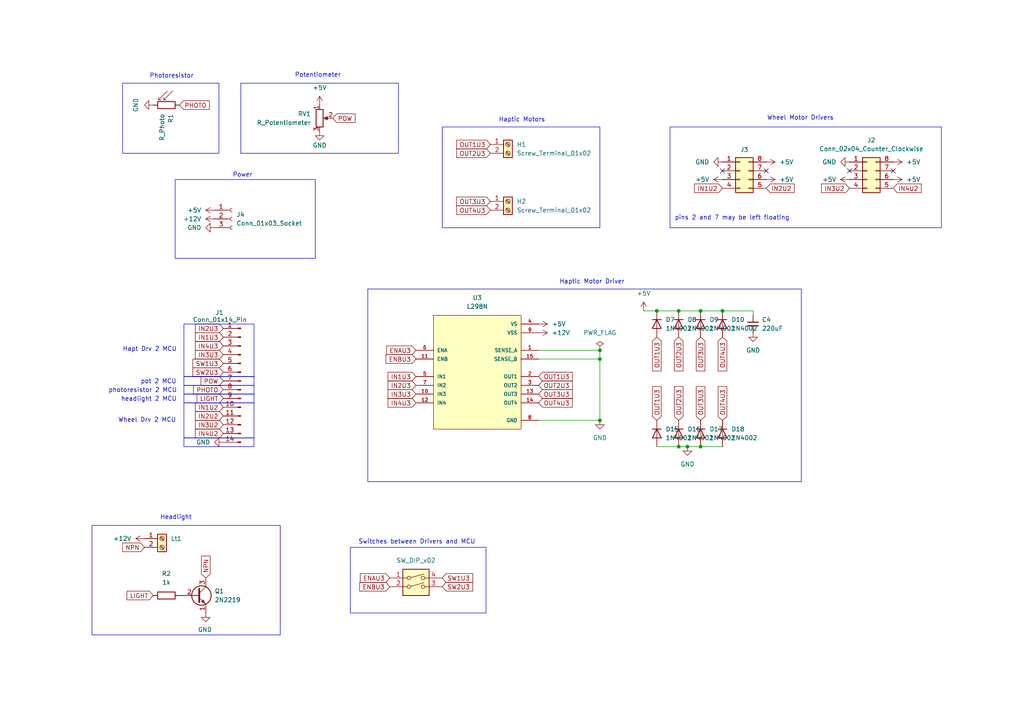
<source format=kicad_sch>
(kicad_sch
	(version 20231120)
	(generator "eeschema")
	(generator_version "8.0")
	(uuid "c08a8a39-fb3c-49dc-9739-0b79eee3fa6f")
	(paper "A4")
	(lib_symbols
		(symbol "Connector:Conn_01x03_Socket"
			(pin_names
				(offset 1.016) hide)
			(exclude_from_sim no)
			(in_bom yes)
			(on_board yes)
			(property "Reference" "J"
				(at 0 5.08 0)
				(effects
					(font
						(size 1.27 1.27)
					)
				)
			)
			(property "Value" "Conn_01x03_Socket"
				(at 0 -5.08 0)
				(effects
					(font
						(size 1.27 1.27)
					)
				)
			)
			(property "Footprint" ""
				(at 0 0 0)
				(effects
					(font
						(size 1.27 1.27)
					)
					(hide yes)
				)
			)
			(property "Datasheet" "~"
				(at 0 0 0)
				(effects
					(font
						(size 1.27 1.27)
					)
					(hide yes)
				)
			)
			(property "Description" "Generic connector, single row, 01x03, script generated"
				(at 0 0 0)
				(effects
					(font
						(size 1.27 1.27)
					)
					(hide yes)
				)
			)
			(property "ki_locked" ""
				(at 0 0 0)
				(effects
					(font
						(size 1.27 1.27)
					)
				)
			)
			(property "ki_keywords" "connector"
				(at 0 0 0)
				(effects
					(font
						(size 1.27 1.27)
					)
					(hide yes)
				)
			)
			(property "ki_fp_filters" "Connector*:*_1x??_*"
				(at 0 0 0)
				(effects
					(font
						(size 1.27 1.27)
					)
					(hide yes)
				)
			)
			(symbol "Conn_01x03_Socket_1_1"
				(arc
					(start 0 -2.032)
					(mid -0.5058 -2.54)
					(end 0 -3.048)
					(stroke
						(width 0.1524)
						(type default)
					)
					(fill
						(type none)
					)
				)
				(polyline
					(pts
						(xy -1.27 -2.54) (xy -0.508 -2.54)
					)
					(stroke
						(width 0.1524)
						(type default)
					)
					(fill
						(type none)
					)
				)
				(polyline
					(pts
						(xy -1.27 0) (xy -0.508 0)
					)
					(stroke
						(width 0.1524)
						(type default)
					)
					(fill
						(type none)
					)
				)
				(polyline
					(pts
						(xy -1.27 2.54) (xy -0.508 2.54)
					)
					(stroke
						(width 0.1524)
						(type default)
					)
					(fill
						(type none)
					)
				)
				(arc
					(start 0 0.508)
					(mid -0.5058 0)
					(end 0 -0.508)
					(stroke
						(width 0.1524)
						(type default)
					)
					(fill
						(type none)
					)
				)
				(arc
					(start 0 3.048)
					(mid -0.5058 2.54)
					(end 0 2.032)
					(stroke
						(width 0.1524)
						(type default)
					)
					(fill
						(type none)
					)
				)
				(pin passive line
					(at -5.08 2.54 0)
					(length 3.81)
					(name "Pin_1"
						(effects
							(font
								(size 1.27 1.27)
							)
						)
					)
					(number "1"
						(effects
							(font
								(size 1.27 1.27)
							)
						)
					)
				)
				(pin passive line
					(at -5.08 0 0)
					(length 3.81)
					(name "Pin_2"
						(effects
							(font
								(size 1.27 1.27)
							)
						)
					)
					(number "2"
						(effects
							(font
								(size 1.27 1.27)
							)
						)
					)
				)
				(pin passive line
					(at -5.08 -2.54 0)
					(length 3.81)
					(name "Pin_3"
						(effects
							(font
								(size 1.27 1.27)
							)
						)
					)
					(number "3"
						(effects
							(font
								(size 1.27 1.27)
							)
						)
					)
				)
			)
		)
		(symbol "Connector:Conn_01x14_Pin"
			(pin_names
				(offset 1.016) hide)
			(exclude_from_sim no)
			(in_bom yes)
			(on_board yes)
			(property "Reference" "J"
				(at 0 17.78 0)
				(effects
					(font
						(size 1.27 1.27)
					)
				)
			)
			(property "Value" "Conn_01x14_Pin"
				(at 0 -20.32 0)
				(effects
					(font
						(size 1.27 1.27)
					)
				)
			)
			(property "Footprint" ""
				(at 0 0 0)
				(effects
					(font
						(size 1.27 1.27)
					)
					(hide yes)
				)
			)
			(property "Datasheet" "~"
				(at 0 0 0)
				(effects
					(font
						(size 1.27 1.27)
					)
					(hide yes)
				)
			)
			(property "Description" "Generic connector, single row, 01x14, script generated"
				(at 0 0 0)
				(effects
					(font
						(size 1.27 1.27)
					)
					(hide yes)
				)
			)
			(property "ki_locked" ""
				(at 0 0 0)
				(effects
					(font
						(size 1.27 1.27)
					)
				)
			)
			(property "ki_keywords" "connector"
				(at 0 0 0)
				(effects
					(font
						(size 1.27 1.27)
					)
					(hide yes)
				)
			)
			(property "ki_fp_filters" "Connector*:*_1x??_*"
				(at 0 0 0)
				(effects
					(font
						(size 1.27 1.27)
					)
					(hide yes)
				)
			)
			(symbol "Conn_01x14_Pin_1_1"
				(polyline
					(pts
						(xy 1.27 -17.78) (xy 0.8636 -17.78)
					)
					(stroke
						(width 0.1524)
						(type default)
					)
					(fill
						(type none)
					)
				)
				(polyline
					(pts
						(xy 1.27 -15.24) (xy 0.8636 -15.24)
					)
					(stroke
						(width 0.1524)
						(type default)
					)
					(fill
						(type none)
					)
				)
				(polyline
					(pts
						(xy 1.27 -12.7) (xy 0.8636 -12.7)
					)
					(stroke
						(width 0.1524)
						(type default)
					)
					(fill
						(type none)
					)
				)
				(polyline
					(pts
						(xy 1.27 -10.16) (xy 0.8636 -10.16)
					)
					(stroke
						(width 0.1524)
						(type default)
					)
					(fill
						(type none)
					)
				)
				(polyline
					(pts
						(xy 1.27 -7.62) (xy 0.8636 -7.62)
					)
					(stroke
						(width 0.1524)
						(type default)
					)
					(fill
						(type none)
					)
				)
				(polyline
					(pts
						(xy 1.27 -5.08) (xy 0.8636 -5.08)
					)
					(stroke
						(width 0.1524)
						(type default)
					)
					(fill
						(type none)
					)
				)
				(polyline
					(pts
						(xy 1.27 -2.54) (xy 0.8636 -2.54)
					)
					(stroke
						(width 0.1524)
						(type default)
					)
					(fill
						(type none)
					)
				)
				(polyline
					(pts
						(xy 1.27 0) (xy 0.8636 0)
					)
					(stroke
						(width 0.1524)
						(type default)
					)
					(fill
						(type none)
					)
				)
				(polyline
					(pts
						(xy 1.27 2.54) (xy 0.8636 2.54)
					)
					(stroke
						(width 0.1524)
						(type default)
					)
					(fill
						(type none)
					)
				)
				(polyline
					(pts
						(xy 1.27 5.08) (xy 0.8636 5.08)
					)
					(stroke
						(width 0.1524)
						(type default)
					)
					(fill
						(type none)
					)
				)
				(polyline
					(pts
						(xy 1.27 7.62) (xy 0.8636 7.62)
					)
					(stroke
						(width 0.1524)
						(type default)
					)
					(fill
						(type none)
					)
				)
				(polyline
					(pts
						(xy 1.27 10.16) (xy 0.8636 10.16)
					)
					(stroke
						(width 0.1524)
						(type default)
					)
					(fill
						(type none)
					)
				)
				(polyline
					(pts
						(xy 1.27 12.7) (xy 0.8636 12.7)
					)
					(stroke
						(width 0.1524)
						(type default)
					)
					(fill
						(type none)
					)
				)
				(polyline
					(pts
						(xy 1.27 15.24) (xy 0.8636 15.24)
					)
					(stroke
						(width 0.1524)
						(type default)
					)
					(fill
						(type none)
					)
				)
				(rectangle
					(start 0.8636 -17.653)
					(end 0 -17.907)
					(stroke
						(width 0.1524)
						(type default)
					)
					(fill
						(type outline)
					)
				)
				(rectangle
					(start 0.8636 -15.113)
					(end 0 -15.367)
					(stroke
						(width 0.1524)
						(type default)
					)
					(fill
						(type outline)
					)
				)
				(rectangle
					(start 0.8636 -12.573)
					(end 0 -12.827)
					(stroke
						(width 0.1524)
						(type default)
					)
					(fill
						(type outline)
					)
				)
				(rectangle
					(start 0.8636 -10.033)
					(end 0 -10.287)
					(stroke
						(width 0.1524)
						(type default)
					)
					(fill
						(type outline)
					)
				)
				(rectangle
					(start 0.8636 -7.493)
					(end 0 -7.747)
					(stroke
						(width 0.1524)
						(type default)
					)
					(fill
						(type outline)
					)
				)
				(rectangle
					(start 0.8636 -4.953)
					(end 0 -5.207)
					(stroke
						(width 0.1524)
						(type default)
					)
					(fill
						(type outline)
					)
				)
				(rectangle
					(start 0.8636 -2.413)
					(end 0 -2.667)
					(stroke
						(width 0.1524)
						(type default)
					)
					(fill
						(type outline)
					)
				)
				(rectangle
					(start 0.8636 0.127)
					(end 0 -0.127)
					(stroke
						(width 0.1524)
						(type default)
					)
					(fill
						(type outline)
					)
				)
				(rectangle
					(start 0.8636 2.667)
					(end 0 2.413)
					(stroke
						(width 0.1524)
						(type default)
					)
					(fill
						(type outline)
					)
				)
				(rectangle
					(start 0.8636 5.207)
					(end 0 4.953)
					(stroke
						(width 0.1524)
						(type default)
					)
					(fill
						(type outline)
					)
				)
				(rectangle
					(start 0.8636 7.747)
					(end 0 7.493)
					(stroke
						(width 0.1524)
						(type default)
					)
					(fill
						(type outline)
					)
				)
				(rectangle
					(start 0.8636 10.287)
					(end 0 10.033)
					(stroke
						(width 0.1524)
						(type default)
					)
					(fill
						(type outline)
					)
				)
				(rectangle
					(start 0.8636 12.827)
					(end 0 12.573)
					(stroke
						(width 0.1524)
						(type default)
					)
					(fill
						(type outline)
					)
				)
				(rectangle
					(start 0.8636 15.367)
					(end 0 15.113)
					(stroke
						(width 0.1524)
						(type default)
					)
					(fill
						(type outline)
					)
				)
				(pin passive line
					(at 5.08 15.24 180)
					(length 3.81)
					(name "Pin_1"
						(effects
							(font
								(size 1.27 1.27)
							)
						)
					)
					(number "1"
						(effects
							(font
								(size 1.27 1.27)
							)
						)
					)
				)
				(pin passive line
					(at 5.08 -7.62 180)
					(length 3.81)
					(name "Pin_10"
						(effects
							(font
								(size 1.27 1.27)
							)
						)
					)
					(number "10"
						(effects
							(font
								(size 1.27 1.27)
							)
						)
					)
				)
				(pin passive line
					(at 5.08 -10.16 180)
					(length 3.81)
					(name "Pin_11"
						(effects
							(font
								(size 1.27 1.27)
							)
						)
					)
					(number "11"
						(effects
							(font
								(size 1.27 1.27)
							)
						)
					)
				)
				(pin passive line
					(at 5.08 -12.7 180)
					(length 3.81)
					(name "Pin_12"
						(effects
							(font
								(size 1.27 1.27)
							)
						)
					)
					(number "12"
						(effects
							(font
								(size 1.27 1.27)
							)
						)
					)
				)
				(pin passive line
					(at 5.08 -15.24 180)
					(length 3.81)
					(name "Pin_13"
						(effects
							(font
								(size 1.27 1.27)
							)
						)
					)
					(number "13"
						(effects
							(font
								(size 1.27 1.27)
							)
						)
					)
				)
				(pin passive line
					(at 5.08 -17.78 180)
					(length 3.81)
					(name "Pin_14"
						(effects
							(font
								(size 1.27 1.27)
							)
						)
					)
					(number "14"
						(effects
							(font
								(size 1.27 1.27)
							)
						)
					)
				)
				(pin passive line
					(at 5.08 12.7 180)
					(length 3.81)
					(name "Pin_2"
						(effects
							(font
								(size 1.27 1.27)
							)
						)
					)
					(number "2"
						(effects
							(font
								(size 1.27 1.27)
							)
						)
					)
				)
				(pin passive line
					(at 5.08 10.16 180)
					(length 3.81)
					(name "Pin_3"
						(effects
							(font
								(size 1.27 1.27)
							)
						)
					)
					(number "3"
						(effects
							(font
								(size 1.27 1.27)
							)
						)
					)
				)
				(pin passive line
					(at 5.08 7.62 180)
					(length 3.81)
					(name "Pin_4"
						(effects
							(font
								(size 1.27 1.27)
							)
						)
					)
					(number "4"
						(effects
							(font
								(size 1.27 1.27)
							)
						)
					)
				)
				(pin passive line
					(at 5.08 5.08 180)
					(length 3.81)
					(name "Pin_5"
						(effects
							(font
								(size 1.27 1.27)
							)
						)
					)
					(number "5"
						(effects
							(font
								(size 1.27 1.27)
							)
						)
					)
				)
				(pin passive line
					(at 5.08 2.54 180)
					(length 3.81)
					(name "Pin_6"
						(effects
							(font
								(size 1.27 1.27)
							)
						)
					)
					(number "6"
						(effects
							(font
								(size 1.27 1.27)
							)
						)
					)
				)
				(pin passive line
					(at 5.08 0 180)
					(length 3.81)
					(name "Pin_7"
						(effects
							(font
								(size 1.27 1.27)
							)
						)
					)
					(number "7"
						(effects
							(font
								(size 1.27 1.27)
							)
						)
					)
				)
				(pin passive line
					(at 5.08 -2.54 180)
					(length 3.81)
					(name "Pin_8"
						(effects
							(font
								(size 1.27 1.27)
							)
						)
					)
					(number "8"
						(effects
							(font
								(size 1.27 1.27)
							)
						)
					)
				)
				(pin passive line
					(at 5.08 -5.08 180)
					(length 3.81)
					(name "Pin_9"
						(effects
							(font
								(size 1.27 1.27)
							)
						)
					)
					(number "9"
						(effects
							(font
								(size 1.27 1.27)
							)
						)
					)
				)
			)
		)
		(symbol "Connector:Screw_Terminal_01x02"
			(pin_names
				(offset 1.016) hide)
			(exclude_from_sim no)
			(in_bom yes)
			(on_board yes)
			(property "Reference" "J"
				(at 0 2.54 0)
				(effects
					(font
						(size 1.27 1.27)
					)
				)
			)
			(property "Value" "Screw_Terminal_01x02"
				(at 0 -5.08 0)
				(effects
					(font
						(size 1.27 1.27)
					)
				)
			)
			(property "Footprint" ""
				(at 0 0 0)
				(effects
					(font
						(size 1.27 1.27)
					)
					(hide yes)
				)
			)
			(property "Datasheet" "~"
				(at 0 0 0)
				(effects
					(font
						(size 1.27 1.27)
					)
					(hide yes)
				)
			)
			(property "Description" "Generic screw terminal, single row, 01x02, script generated (kicad-library-utils/schlib/autogen/connector/)"
				(at 0 0 0)
				(effects
					(font
						(size 1.27 1.27)
					)
					(hide yes)
				)
			)
			(property "ki_keywords" "screw terminal"
				(at 0 0 0)
				(effects
					(font
						(size 1.27 1.27)
					)
					(hide yes)
				)
			)
			(property "ki_fp_filters" "TerminalBlock*:*"
				(at 0 0 0)
				(effects
					(font
						(size 1.27 1.27)
					)
					(hide yes)
				)
			)
			(symbol "Screw_Terminal_01x02_1_1"
				(rectangle
					(start -1.27 1.27)
					(end 1.27 -3.81)
					(stroke
						(width 0.254)
						(type default)
					)
					(fill
						(type background)
					)
				)
				(circle
					(center 0 -2.54)
					(radius 0.635)
					(stroke
						(width 0.1524)
						(type default)
					)
					(fill
						(type none)
					)
				)
				(polyline
					(pts
						(xy -0.5334 -2.2098) (xy 0.3302 -3.048)
					)
					(stroke
						(width 0.1524)
						(type default)
					)
					(fill
						(type none)
					)
				)
				(polyline
					(pts
						(xy -0.5334 0.3302) (xy 0.3302 -0.508)
					)
					(stroke
						(width 0.1524)
						(type default)
					)
					(fill
						(type none)
					)
				)
				(polyline
					(pts
						(xy -0.3556 -2.032) (xy 0.508 -2.8702)
					)
					(stroke
						(width 0.1524)
						(type default)
					)
					(fill
						(type none)
					)
				)
				(polyline
					(pts
						(xy -0.3556 0.508) (xy 0.508 -0.3302)
					)
					(stroke
						(width 0.1524)
						(type default)
					)
					(fill
						(type none)
					)
				)
				(circle
					(center 0 0)
					(radius 0.635)
					(stroke
						(width 0.1524)
						(type default)
					)
					(fill
						(type none)
					)
				)
				(pin passive line
					(at -5.08 0 0)
					(length 3.81)
					(name "Pin_1"
						(effects
							(font
								(size 1.27 1.27)
							)
						)
					)
					(number "1"
						(effects
							(font
								(size 1.27 1.27)
							)
						)
					)
				)
				(pin passive line
					(at -5.08 -2.54 0)
					(length 3.81)
					(name "Pin_2"
						(effects
							(font
								(size 1.27 1.27)
							)
						)
					)
					(number "2"
						(effects
							(font
								(size 1.27 1.27)
							)
						)
					)
				)
			)
		)
		(symbol "Connector_Generic:Conn_02x04_Counter_Clockwise"
			(pin_names
				(offset 1.016) hide)
			(exclude_from_sim no)
			(in_bom yes)
			(on_board yes)
			(property "Reference" "J"
				(at 1.27 5.08 0)
				(effects
					(font
						(size 1.27 1.27)
					)
				)
			)
			(property "Value" "Conn_02x04_Counter_Clockwise"
				(at 1.27 -7.62 0)
				(effects
					(font
						(size 1.27 1.27)
					)
				)
			)
			(property "Footprint" ""
				(at 0 0 0)
				(effects
					(font
						(size 1.27 1.27)
					)
					(hide yes)
				)
			)
			(property "Datasheet" "~"
				(at 0 0 0)
				(effects
					(font
						(size 1.27 1.27)
					)
					(hide yes)
				)
			)
			(property "Description" "Generic connector, double row, 02x04, counter clockwise pin numbering scheme (similar to DIP package numbering), script generated (kicad-library-utils/schlib/autogen/connector/)"
				(at 0 0 0)
				(effects
					(font
						(size 1.27 1.27)
					)
					(hide yes)
				)
			)
			(property "ki_keywords" "connector"
				(at 0 0 0)
				(effects
					(font
						(size 1.27 1.27)
					)
					(hide yes)
				)
			)
			(property "ki_fp_filters" "Connector*:*_2x??_*"
				(at 0 0 0)
				(effects
					(font
						(size 1.27 1.27)
					)
					(hide yes)
				)
			)
			(symbol "Conn_02x04_Counter_Clockwise_1_1"
				(rectangle
					(start -1.27 -4.953)
					(end 0 -5.207)
					(stroke
						(width 0.1524)
						(type default)
					)
					(fill
						(type none)
					)
				)
				(rectangle
					(start -1.27 -2.413)
					(end 0 -2.667)
					(stroke
						(width 0.1524)
						(type default)
					)
					(fill
						(type none)
					)
				)
				(rectangle
					(start -1.27 0.127)
					(end 0 -0.127)
					(stroke
						(width 0.1524)
						(type default)
					)
					(fill
						(type none)
					)
				)
				(rectangle
					(start -1.27 2.667)
					(end 0 2.413)
					(stroke
						(width 0.1524)
						(type default)
					)
					(fill
						(type none)
					)
				)
				(rectangle
					(start -1.27 3.81)
					(end 3.81 -6.35)
					(stroke
						(width 0.254)
						(type default)
					)
					(fill
						(type background)
					)
				)
				(rectangle
					(start 3.81 -4.953)
					(end 2.54 -5.207)
					(stroke
						(width 0.1524)
						(type default)
					)
					(fill
						(type none)
					)
				)
				(rectangle
					(start 3.81 -2.413)
					(end 2.54 -2.667)
					(stroke
						(width 0.1524)
						(type default)
					)
					(fill
						(type none)
					)
				)
				(rectangle
					(start 3.81 0.127)
					(end 2.54 -0.127)
					(stroke
						(width 0.1524)
						(type default)
					)
					(fill
						(type none)
					)
				)
				(rectangle
					(start 3.81 2.667)
					(end 2.54 2.413)
					(stroke
						(width 0.1524)
						(type default)
					)
					(fill
						(type none)
					)
				)
				(pin passive line
					(at -5.08 2.54 0)
					(length 3.81)
					(name "Pin_1"
						(effects
							(font
								(size 1.27 1.27)
							)
						)
					)
					(number "1"
						(effects
							(font
								(size 1.27 1.27)
							)
						)
					)
				)
				(pin passive line
					(at -5.08 0 0)
					(length 3.81)
					(name "Pin_2"
						(effects
							(font
								(size 1.27 1.27)
							)
						)
					)
					(number "2"
						(effects
							(font
								(size 1.27 1.27)
							)
						)
					)
				)
				(pin passive line
					(at -5.08 -2.54 0)
					(length 3.81)
					(name "Pin_3"
						(effects
							(font
								(size 1.27 1.27)
							)
						)
					)
					(number "3"
						(effects
							(font
								(size 1.27 1.27)
							)
						)
					)
				)
				(pin passive line
					(at -5.08 -5.08 0)
					(length 3.81)
					(name "Pin_4"
						(effects
							(font
								(size 1.27 1.27)
							)
						)
					)
					(number "4"
						(effects
							(font
								(size 1.27 1.27)
							)
						)
					)
				)
				(pin passive line
					(at 7.62 -5.08 180)
					(length 3.81)
					(name "Pin_5"
						(effects
							(font
								(size 1.27 1.27)
							)
						)
					)
					(number "5"
						(effects
							(font
								(size 1.27 1.27)
							)
						)
					)
				)
				(pin passive line
					(at 7.62 -2.54 180)
					(length 3.81)
					(name "Pin_6"
						(effects
							(font
								(size 1.27 1.27)
							)
						)
					)
					(number "6"
						(effects
							(font
								(size 1.27 1.27)
							)
						)
					)
				)
				(pin passive line
					(at 7.62 0 180)
					(length 3.81)
					(name "Pin_7"
						(effects
							(font
								(size 1.27 1.27)
							)
						)
					)
					(number "7"
						(effects
							(font
								(size 1.27 1.27)
							)
						)
					)
				)
				(pin passive line
					(at 7.62 2.54 180)
					(length 3.81)
					(name "Pin_8"
						(effects
							(font
								(size 1.27 1.27)
							)
						)
					)
					(number "8"
						(effects
							(font
								(size 1.27 1.27)
							)
						)
					)
				)
			)
		)
		(symbol "Device:C_Small"
			(pin_numbers hide)
			(pin_names
				(offset 0.254) hide)
			(exclude_from_sim no)
			(in_bom yes)
			(on_board yes)
			(property "Reference" "C"
				(at 0.254 1.778 0)
				(effects
					(font
						(size 1.27 1.27)
					)
					(justify left)
				)
			)
			(property "Value" "C_Small"
				(at 0.254 -2.032 0)
				(effects
					(font
						(size 1.27 1.27)
					)
					(justify left)
				)
			)
			(property "Footprint" ""
				(at 0 0 0)
				(effects
					(font
						(size 1.27 1.27)
					)
					(hide yes)
				)
			)
			(property "Datasheet" "~"
				(at 0 0 0)
				(effects
					(font
						(size 1.27 1.27)
					)
					(hide yes)
				)
			)
			(property "Description" "Unpolarized capacitor, small symbol"
				(at 0 0 0)
				(effects
					(font
						(size 1.27 1.27)
					)
					(hide yes)
				)
			)
			(property "ki_keywords" "capacitor cap"
				(at 0 0 0)
				(effects
					(font
						(size 1.27 1.27)
					)
					(hide yes)
				)
			)
			(property "ki_fp_filters" "C_*"
				(at 0 0 0)
				(effects
					(font
						(size 1.27 1.27)
					)
					(hide yes)
				)
			)
			(symbol "C_Small_0_1"
				(polyline
					(pts
						(xy -1.524 -0.508) (xy 1.524 -0.508)
					)
					(stroke
						(width 0.3302)
						(type default)
					)
					(fill
						(type none)
					)
				)
				(polyline
					(pts
						(xy -1.524 0.508) (xy 1.524 0.508)
					)
					(stroke
						(width 0.3048)
						(type default)
					)
					(fill
						(type none)
					)
				)
			)
			(symbol "C_Small_1_1"
				(pin passive line
					(at 0 2.54 270)
					(length 2.032)
					(name "~"
						(effects
							(font
								(size 1.27 1.27)
							)
						)
					)
					(number "1"
						(effects
							(font
								(size 1.27 1.27)
							)
						)
					)
				)
				(pin passive line
					(at 0 -2.54 90)
					(length 2.032)
					(name "~"
						(effects
							(font
								(size 1.27 1.27)
							)
						)
					)
					(number "2"
						(effects
							(font
								(size 1.27 1.27)
							)
						)
					)
				)
			)
		)
		(symbol "Device:R"
			(pin_numbers hide)
			(pin_names
				(offset 0)
			)
			(exclude_from_sim no)
			(in_bom yes)
			(on_board yes)
			(property "Reference" "R"
				(at 2.032 0 90)
				(effects
					(font
						(size 1.27 1.27)
					)
				)
			)
			(property "Value" "R"
				(at 0 0 90)
				(effects
					(font
						(size 1.27 1.27)
					)
				)
			)
			(property "Footprint" ""
				(at -1.778 0 90)
				(effects
					(font
						(size 1.27 1.27)
					)
					(hide yes)
				)
			)
			(property "Datasheet" "~"
				(at 0 0 0)
				(effects
					(font
						(size 1.27 1.27)
					)
					(hide yes)
				)
			)
			(property "Description" "Resistor"
				(at 0 0 0)
				(effects
					(font
						(size 1.27 1.27)
					)
					(hide yes)
				)
			)
			(property "ki_keywords" "R res resistor"
				(at 0 0 0)
				(effects
					(font
						(size 1.27 1.27)
					)
					(hide yes)
				)
			)
			(property "ki_fp_filters" "R_*"
				(at 0 0 0)
				(effects
					(font
						(size 1.27 1.27)
					)
					(hide yes)
				)
			)
			(symbol "R_0_1"
				(rectangle
					(start -1.016 -2.54)
					(end 1.016 2.54)
					(stroke
						(width 0.254)
						(type default)
					)
					(fill
						(type none)
					)
				)
			)
			(symbol "R_1_1"
				(pin passive line
					(at 0 3.81 270)
					(length 1.27)
					(name "~"
						(effects
							(font
								(size 1.27 1.27)
							)
						)
					)
					(number "1"
						(effects
							(font
								(size 1.27 1.27)
							)
						)
					)
				)
				(pin passive line
					(at 0 -3.81 90)
					(length 1.27)
					(name "~"
						(effects
							(font
								(size 1.27 1.27)
							)
						)
					)
					(number "2"
						(effects
							(font
								(size 1.27 1.27)
							)
						)
					)
				)
			)
		)
		(symbol "Device:R_Photo"
			(pin_numbers hide)
			(pin_names
				(offset 0)
			)
			(exclude_from_sim no)
			(in_bom yes)
			(on_board yes)
			(property "Reference" "R"
				(at 1.27 1.27 0)
				(effects
					(font
						(size 1.27 1.27)
					)
					(justify left)
				)
			)
			(property "Value" "R_Photo"
				(at 1.27 0 0)
				(effects
					(font
						(size 1.27 1.27)
					)
					(justify left top)
				)
			)
			(property "Footprint" ""
				(at 1.27 -6.35 90)
				(effects
					(font
						(size 1.27 1.27)
					)
					(justify left)
					(hide yes)
				)
			)
			(property "Datasheet" "~"
				(at 0 -1.27 0)
				(effects
					(font
						(size 1.27 1.27)
					)
					(hide yes)
				)
			)
			(property "Description" "Photoresistor"
				(at 0 0 0)
				(effects
					(font
						(size 1.27 1.27)
					)
					(hide yes)
				)
			)
			(property "ki_keywords" "resistor variable light sensitive opto LDR"
				(at 0 0 0)
				(effects
					(font
						(size 1.27 1.27)
					)
					(hide yes)
				)
			)
			(property "ki_fp_filters" "*LDR* R?LDR*"
				(at 0 0 0)
				(effects
					(font
						(size 1.27 1.27)
					)
					(hide yes)
				)
			)
			(symbol "R_Photo_0_1"
				(rectangle
					(start -1.016 2.54)
					(end 1.016 -2.54)
					(stroke
						(width 0.254)
						(type default)
					)
					(fill
						(type none)
					)
				)
				(polyline
					(pts
						(xy -1.524 -2.286) (xy -4.064 0.254)
					)
					(stroke
						(width 0)
						(type default)
					)
					(fill
						(type none)
					)
				)
				(polyline
					(pts
						(xy -1.524 -2.286) (xy -2.286 -2.286)
					)
					(stroke
						(width 0)
						(type default)
					)
					(fill
						(type none)
					)
				)
				(polyline
					(pts
						(xy -1.524 -2.286) (xy -1.524 -1.524)
					)
					(stroke
						(width 0)
						(type default)
					)
					(fill
						(type none)
					)
				)
				(polyline
					(pts
						(xy -1.524 -0.762) (xy -4.064 1.778)
					)
					(stroke
						(width 0)
						(type default)
					)
					(fill
						(type none)
					)
				)
				(polyline
					(pts
						(xy -1.524 -0.762) (xy -2.286 -0.762)
					)
					(stroke
						(width 0)
						(type default)
					)
					(fill
						(type none)
					)
				)
				(polyline
					(pts
						(xy -1.524 -0.762) (xy -1.524 0)
					)
					(stroke
						(width 0)
						(type default)
					)
					(fill
						(type none)
					)
				)
			)
			(symbol "R_Photo_1_1"
				(pin passive line
					(at 0 3.81 270)
					(length 1.27)
					(name "~"
						(effects
							(font
								(size 1.27 1.27)
							)
						)
					)
					(number "1"
						(effects
							(font
								(size 1.27 1.27)
							)
						)
					)
				)
				(pin passive line
					(at 0 -3.81 90)
					(length 1.27)
					(name "~"
						(effects
							(font
								(size 1.27 1.27)
							)
						)
					)
					(number "2"
						(effects
							(font
								(size 1.27 1.27)
							)
						)
					)
				)
			)
		)
		(symbol "Device:R_Potentiometer"
			(pin_names
				(offset 1.016) hide)
			(exclude_from_sim no)
			(in_bom yes)
			(on_board yes)
			(property "Reference" "RV"
				(at -4.445 0 90)
				(effects
					(font
						(size 1.27 1.27)
					)
				)
			)
			(property "Value" "R_Potentiometer"
				(at -2.54 0 90)
				(effects
					(font
						(size 1.27 1.27)
					)
				)
			)
			(property "Footprint" ""
				(at 0 0 0)
				(effects
					(font
						(size 1.27 1.27)
					)
					(hide yes)
				)
			)
			(property "Datasheet" "~"
				(at 0 0 0)
				(effects
					(font
						(size 1.27 1.27)
					)
					(hide yes)
				)
			)
			(property "Description" "Potentiometer"
				(at 0 0 0)
				(effects
					(font
						(size 1.27 1.27)
					)
					(hide yes)
				)
			)
			(property "ki_keywords" "resistor variable"
				(at 0 0 0)
				(effects
					(font
						(size 1.27 1.27)
					)
					(hide yes)
				)
			)
			(property "ki_fp_filters" "Potentiometer*"
				(at 0 0 0)
				(effects
					(font
						(size 1.27 1.27)
					)
					(hide yes)
				)
			)
			(symbol "R_Potentiometer_0_1"
				(polyline
					(pts
						(xy 2.54 0) (xy 1.524 0)
					)
					(stroke
						(width 0)
						(type default)
					)
					(fill
						(type none)
					)
				)
				(polyline
					(pts
						(xy 1.143 0) (xy 2.286 0.508) (xy 2.286 -0.508) (xy 1.143 0)
					)
					(stroke
						(width 0)
						(type default)
					)
					(fill
						(type outline)
					)
				)
				(rectangle
					(start 1.016 2.54)
					(end -1.016 -2.54)
					(stroke
						(width 0.254)
						(type default)
					)
					(fill
						(type none)
					)
				)
			)
			(symbol "R_Potentiometer_1_1"
				(pin passive line
					(at 0 3.81 270)
					(length 1.27)
					(name "1"
						(effects
							(font
								(size 1.27 1.27)
							)
						)
					)
					(number "1"
						(effects
							(font
								(size 1.27 1.27)
							)
						)
					)
				)
				(pin passive line
					(at 3.81 0 180)
					(length 1.27)
					(name "2"
						(effects
							(font
								(size 1.27 1.27)
							)
						)
					)
					(number "2"
						(effects
							(font
								(size 1.27 1.27)
							)
						)
					)
				)
				(pin passive line
					(at 0 -3.81 90)
					(length 1.27)
					(name "3"
						(effects
							(font
								(size 1.27 1.27)
							)
						)
					)
					(number "3"
						(effects
							(font
								(size 1.27 1.27)
							)
						)
					)
				)
			)
		)
		(symbol "Diode:1N4002"
			(pin_numbers hide)
			(pin_names hide)
			(exclude_from_sim no)
			(in_bom yes)
			(on_board yes)
			(property "Reference" "D"
				(at 0 2.54 0)
				(effects
					(font
						(size 1.27 1.27)
					)
				)
			)
			(property "Value" "1N4002"
				(at 0 -2.54 0)
				(effects
					(font
						(size 1.27 1.27)
					)
				)
			)
			(property "Footprint" "Diode_THT:D_DO-41_SOD81_P10.16mm_Horizontal"
				(at 0 -4.445 0)
				(effects
					(font
						(size 1.27 1.27)
					)
					(hide yes)
				)
			)
			(property "Datasheet" "http://www.vishay.com/docs/88503/1n4001.pdf"
				(at 0 0 0)
				(effects
					(font
						(size 1.27 1.27)
					)
					(hide yes)
				)
			)
			(property "Description" "100V 1A General Purpose Rectifier Diode, DO-41"
				(at 0 0 0)
				(effects
					(font
						(size 1.27 1.27)
					)
					(hide yes)
				)
			)
			(property "Sim.Device" "D"
				(at 0 0 0)
				(effects
					(font
						(size 1.27 1.27)
					)
					(hide yes)
				)
			)
			(property "Sim.Pins" "1=K 2=A"
				(at 0 0 0)
				(effects
					(font
						(size 1.27 1.27)
					)
					(hide yes)
				)
			)
			(property "ki_keywords" "diode"
				(at 0 0 0)
				(effects
					(font
						(size 1.27 1.27)
					)
					(hide yes)
				)
			)
			(property "ki_fp_filters" "D*DO?41*"
				(at 0 0 0)
				(effects
					(font
						(size 1.27 1.27)
					)
					(hide yes)
				)
			)
			(symbol "1N4002_0_1"
				(polyline
					(pts
						(xy -1.27 1.27) (xy -1.27 -1.27)
					)
					(stroke
						(width 0.254)
						(type default)
					)
					(fill
						(type none)
					)
				)
				(polyline
					(pts
						(xy 1.27 0) (xy -1.27 0)
					)
					(stroke
						(width 0)
						(type default)
					)
					(fill
						(type none)
					)
				)
				(polyline
					(pts
						(xy 1.27 1.27) (xy 1.27 -1.27) (xy -1.27 0) (xy 1.27 1.27)
					)
					(stroke
						(width 0.254)
						(type default)
					)
					(fill
						(type none)
					)
				)
			)
			(symbol "1N4002_1_1"
				(pin passive line
					(at -3.81 0 0)
					(length 2.54)
					(name "K"
						(effects
							(font
								(size 1.27 1.27)
							)
						)
					)
					(number "1"
						(effects
							(font
								(size 1.27 1.27)
							)
						)
					)
				)
				(pin passive line
					(at 3.81 0 180)
					(length 2.54)
					(name "A"
						(effects
							(font
								(size 1.27 1.27)
							)
						)
					)
					(number "2"
						(effects
							(font
								(size 1.27 1.27)
							)
						)
					)
				)
			)
		)
		(symbol "L298N_Motor_Driver:L298N"
			(pin_names
				(offset 1.016)
			)
			(exclude_from_sim no)
			(in_bom yes)
			(on_board yes)
			(property "Reference" "U"
				(at -12.7 20.32 0)
				(effects
					(font
						(size 1.27 1.27)
					)
					(justify left bottom)
				)
			)
			(property "Value" "L298N"
				(at -12.7 -20.32 0)
				(effects
					(font
						(size 1.27 1.27)
					)
					(justify left bottom)
				)
			)
			(property "Footprint" "L298N:TO127P2020X500X2100-15"
				(at 0 0 0)
				(effects
					(font
						(size 1.27 1.27)
					)
					(justify bottom)
					(hide yes)
				)
			)
			(property "Datasheet" ""
				(at 0 0 0)
				(effects
					(font
						(size 1.27 1.27)
					)
					(hide yes)
				)
			)
			(property "Description" ""
				(at 0 0 0)
				(effects
					(font
						(size 1.27 1.27)
					)
					(hide yes)
				)
			)
			(property "PARTREV" ""
				(at 0 0 0)
				(effects
					(font
						(size 1.27 1.27)
					)
					(justify bottom)
					(hide yes)
				)
			)
			(property "STANDARD" "IPC-7351B"
				(at 0 0 0)
				(effects
					(font
						(size 1.27 1.27)
					)
					(justify bottom)
					(hide yes)
				)
			)
			(property "MAXIMUM_PACKAGE_HEIGHT" "5.0mm"
				(at 0 0 0)
				(effects
					(font
						(size 1.27 1.27)
					)
					(justify bottom)
					(hide yes)
				)
			)
			(property "MANUFACTURER" "STMicroelectronics"
				(at 0 0 0)
				(effects
					(font
						(size 1.27 1.27)
					)
					(justify bottom)
					(hide yes)
				)
			)
			(symbol "L298N_0_0"
				(rectangle
					(start -12.7 -15.24)
					(end 12.7 17.78)
					(stroke
						(width 0.1524)
						(type default)
					)
					(fill
						(type background)
					)
				)
				(pin passive line
					(at 17.78 7.62 180)
					(length 5.08)
					(name "SENSE_A"
						(effects
							(font
								(size 1.016 1.016)
							)
						)
					)
					(number "1"
						(effects
							(font
								(size 1.016 1.016)
							)
						)
					)
				)
				(pin input line
					(at -17.78 -5.08 0)
					(length 5.08)
					(name "IN3"
						(effects
							(font
								(size 1.016 1.016)
							)
						)
					)
					(number "10"
						(effects
							(font
								(size 1.016 1.016)
							)
						)
					)
				)
				(pin input line
					(at -17.78 5.08 0)
					(length 5.08)
					(name "ENB"
						(effects
							(font
								(size 1.016 1.016)
							)
						)
					)
					(number "11"
						(effects
							(font
								(size 1.016 1.016)
							)
						)
					)
				)
				(pin input line
					(at -17.78 -7.62 0)
					(length 5.08)
					(name "IN4"
						(effects
							(font
								(size 1.016 1.016)
							)
						)
					)
					(number "12"
						(effects
							(font
								(size 1.016 1.016)
							)
						)
					)
				)
				(pin output line
					(at 17.78 -5.08 180)
					(length 5.08)
					(name "OUT3"
						(effects
							(font
								(size 1.016 1.016)
							)
						)
					)
					(number "13"
						(effects
							(font
								(size 1.016 1.016)
							)
						)
					)
				)
				(pin output line
					(at 17.78 -7.62 180)
					(length 5.08)
					(name "OUT4"
						(effects
							(font
								(size 1.016 1.016)
							)
						)
					)
					(number "14"
						(effects
							(font
								(size 1.016 1.016)
							)
						)
					)
				)
				(pin passive line
					(at 17.78 5.08 180)
					(length 5.08)
					(name "SENSE_B"
						(effects
							(font
								(size 1.016 1.016)
							)
						)
					)
					(number "15"
						(effects
							(font
								(size 1.016 1.016)
							)
						)
					)
				)
				(pin output line
					(at 17.78 0 180)
					(length 5.08)
					(name "OUT1"
						(effects
							(font
								(size 1.016 1.016)
							)
						)
					)
					(number "2"
						(effects
							(font
								(size 1.016 1.016)
							)
						)
					)
				)
				(pin output line
					(at 17.78 -2.54 180)
					(length 5.08)
					(name "OUT2"
						(effects
							(font
								(size 1.016 1.016)
							)
						)
					)
					(number "3"
						(effects
							(font
								(size 1.016 1.016)
							)
						)
					)
				)
				(pin power_in line
					(at 17.78 15.24 180)
					(length 5.08)
					(name "VS"
						(effects
							(font
								(size 1.016 1.016)
							)
						)
					)
					(number "4"
						(effects
							(font
								(size 1.016 1.016)
							)
						)
					)
				)
				(pin input line
					(at -17.78 0 0)
					(length 5.08)
					(name "IN1"
						(effects
							(font
								(size 1.016 1.016)
							)
						)
					)
					(number "5"
						(effects
							(font
								(size 1.016 1.016)
							)
						)
					)
				)
				(pin input line
					(at -17.78 7.62 0)
					(length 5.08)
					(name "ENA"
						(effects
							(font
								(size 1.016 1.016)
							)
						)
					)
					(number "6"
						(effects
							(font
								(size 1.016 1.016)
							)
						)
					)
				)
				(pin input line
					(at -17.78 -2.54 0)
					(length 5.08)
					(name "IN2"
						(effects
							(font
								(size 1.016 1.016)
							)
						)
					)
					(number "7"
						(effects
							(font
								(size 1.016 1.016)
							)
						)
					)
				)
				(pin power_in line
					(at 17.78 -12.7 180)
					(length 5.08)
					(name "GND"
						(effects
							(font
								(size 1.016 1.016)
							)
						)
					)
					(number "8"
						(effects
							(font
								(size 1.016 1.016)
							)
						)
					)
				)
				(pin input line
					(at 17.78 12.7 180)
					(length 5.08)
					(name "VSS"
						(effects
							(font
								(size 1.016 1.016)
							)
						)
					)
					(number "9"
						(effects
							(font
								(size 1.016 1.016)
							)
						)
					)
				)
			)
		)
		(symbol "Switch:SW_DIP_x02"
			(pin_names
				(offset 0) hide)
			(exclude_from_sim no)
			(in_bom yes)
			(on_board yes)
			(property "Reference" "SW"
				(at 0 6.35 0)
				(effects
					(font
						(size 1.27 1.27)
					)
				)
			)
			(property "Value" "SW_DIP_x02"
				(at 0 -3.81 0)
				(effects
					(font
						(size 1.27 1.27)
					)
				)
			)
			(property "Footprint" ""
				(at 0 0 0)
				(effects
					(font
						(size 1.27 1.27)
					)
					(hide yes)
				)
			)
			(property "Datasheet" "~"
				(at 0 0 0)
				(effects
					(font
						(size 1.27 1.27)
					)
					(hide yes)
				)
			)
			(property "Description" "2x DIP Switch, Single Pole Single Throw (SPST) switch, small symbol"
				(at 0 0 0)
				(effects
					(font
						(size 1.27 1.27)
					)
					(hide yes)
				)
			)
			(property "ki_keywords" "dip switch"
				(at 0 0 0)
				(effects
					(font
						(size 1.27 1.27)
					)
					(hide yes)
				)
			)
			(property "ki_fp_filters" "SW?DIP?x2*"
				(at 0 0 0)
				(effects
					(font
						(size 1.27 1.27)
					)
					(hide yes)
				)
			)
			(symbol "SW_DIP_x02_0_0"
				(circle
					(center -2.032 0)
					(radius 0.508)
					(stroke
						(width 0)
						(type default)
					)
					(fill
						(type none)
					)
				)
				(circle
					(center -2.032 2.54)
					(radius 0.508)
					(stroke
						(width 0)
						(type default)
					)
					(fill
						(type none)
					)
				)
				(polyline
					(pts
						(xy -1.524 0.127) (xy 2.3622 1.1684)
					)
					(stroke
						(width 0)
						(type default)
					)
					(fill
						(type none)
					)
				)
				(polyline
					(pts
						(xy -1.524 2.667) (xy 2.3622 3.7084)
					)
					(stroke
						(width 0)
						(type default)
					)
					(fill
						(type none)
					)
				)
				(circle
					(center 2.032 0)
					(radius 0.508)
					(stroke
						(width 0)
						(type default)
					)
					(fill
						(type none)
					)
				)
				(circle
					(center 2.032 2.54)
					(radius 0.508)
					(stroke
						(width 0)
						(type default)
					)
					(fill
						(type none)
					)
				)
			)
			(symbol "SW_DIP_x02_0_1"
				(rectangle
					(start -3.81 5.08)
					(end 3.81 -2.54)
					(stroke
						(width 0.254)
						(type default)
					)
					(fill
						(type background)
					)
				)
			)
			(symbol "SW_DIP_x02_1_1"
				(pin passive line
					(at -7.62 2.54 0)
					(length 5.08)
					(name "~"
						(effects
							(font
								(size 1.27 1.27)
							)
						)
					)
					(number "1"
						(effects
							(font
								(size 1.27 1.27)
							)
						)
					)
				)
				(pin passive line
					(at -7.62 0 0)
					(length 5.08)
					(name "~"
						(effects
							(font
								(size 1.27 1.27)
							)
						)
					)
					(number "2"
						(effects
							(font
								(size 1.27 1.27)
							)
						)
					)
				)
				(pin passive line
					(at 7.62 0 180)
					(length 5.08)
					(name "~"
						(effects
							(font
								(size 1.27 1.27)
							)
						)
					)
					(number "3"
						(effects
							(font
								(size 1.27 1.27)
							)
						)
					)
				)
				(pin passive line
					(at 7.62 2.54 180)
					(length 5.08)
					(name "~"
						(effects
							(font
								(size 1.27 1.27)
							)
						)
					)
					(number "4"
						(effects
							(font
								(size 1.27 1.27)
							)
						)
					)
				)
			)
		)
		(symbol "Transistor_BJT:2N2219"
			(pin_names
				(offset 0) hide)
			(exclude_from_sim no)
			(in_bom yes)
			(on_board yes)
			(property "Reference" "Q"
				(at 5.08 1.905 0)
				(effects
					(font
						(size 1.27 1.27)
					)
					(justify left)
				)
			)
			(property "Value" "2N2219"
				(at 5.08 0 0)
				(effects
					(font
						(size 1.27 1.27)
					)
					(justify left)
				)
			)
			(property "Footprint" "Package_TO_SOT_THT:TO-39-3"
				(at 5.08 -1.905 0)
				(effects
					(font
						(size 1.27 1.27)
						(italic yes)
					)
					(justify left)
					(hide yes)
				)
			)
			(property "Datasheet" "http://www.onsemi.com/pub_link/Collateral/2N2219-D.PDF"
				(at 0 0 0)
				(effects
					(font
						(size 1.27 1.27)
					)
					(justify left)
					(hide yes)
				)
			)
			(property "Description" "800mA Ic, 50V Vce, NPN Transistor, TO-39"
				(at 0 0 0)
				(effects
					(font
						(size 1.27 1.27)
					)
					(hide yes)
				)
			)
			(property "ki_keywords" "NPN Transistor"
				(at 0 0 0)
				(effects
					(font
						(size 1.27 1.27)
					)
					(hide yes)
				)
			)
			(property "ki_fp_filters" "TO?39*"
				(at 0 0 0)
				(effects
					(font
						(size 1.27 1.27)
					)
					(hide yes)
				)
			)
			(symbol "2N2219_0_1"
				(polyline
					(pts
						(xy 0.635 0.635) (xy 2.54 2.54)
					)
					(stroke
						(width 0)
						(type default)
					)
					(fill
						(type none)
					)
				)
				(polyline
					(pts
						(xy 0.635 -0.635) (xy 2.54 -2.54) (xy 2.54 -2.54)
					)
					(stroke
						(width 0)
						(type default)
					)
					(fill
						(type none)
					)
				)
				(polyline
					(pts
						(xy 0.635 1.905) (xy 0.635 -1.905) (xy 0.635 -1.905)
					)
					(stroke
						(width 0.508)
						(type default)
					)
					(fill
						(type none)
					)
				)
				(polyline
					(pts
						(xy 1.27 -1.778) (xy 1.778 -1.27) (xy 2.286 -2.286) (xy 1.27 -1.778) (xy 1.27 -1.778)
					)
					(stroke
						(width 0)
						(type default)
					)
					(fill
						(type outline)
					)
				)
				(circle
					(center 1.27 0)
					(radius 2.8194)
					(stroke
						(width 0.254)
						(type default)
					)
					(fill
						(type none)
					)
				)
			)
			(symbol "2N2219_1_1"
				(pin passive line
					(at 2.54 -5.08 90)
					(length 2.54)
					(name "E"
						(effects
							(font
								(size 1.27 1.27)
							)
						)
					)
					(number "1"
						(effects
							(font
								(size 1.27 1.27)
							)
						)
					)
				)
				(pin passive line
					(at -5.08 0 0)
					(length 5.715)
					(name "B"
						(effects
							(font
								(size 1.27 1.27)
							)
						)
					)
					(number "2"
						(effects
							(font
								(size 1.27 1.27)
							)
						)
					)
				)
				(pin passive line
					(at 2.54 5.08 270)
					(length 2.54)
					(name "C"
						(effects
							(font
								(size 1.27 1.27)
							)
						)
					)
					(number "3"
						(effects
							(font
								(size 1.27 1.27)
							)
						)
					)
				)
			)
		)
		(symbol "power:+12V"
			(power)
			(pin_numbers hide)
			(pin_names
				(offset 0) hide)
			(exclude_from_sim no)
			(in_bom yes)
			(on_board yes)
			(property "Reference" "#PWR"
				(at 0 -3.81 0)
				(effects
					(font
						(size 1.27 1.27)
					)
					(hide yes)
				)
			)
			(property "Value" "+12V"
				(at 0 3.556 0)
				(effects
					(font
						(size 1.27 1.27)
					)
				)
			)
			(property "Footprint" ""
				(at 0 0 0)
				(effects
					(font
						(size 1.27 1.27)
					)
					(hide yes)
				)
			)
			(property "Datasheet" ""
				(at 0 0 0)
				(effects
					(font
						(size 1.27 1.27)
					)
					(hide yes)
				)
			)
			(property "Description" "Power symbol creates a global label with name \"+12V\""
				(at 0 0 0)
				(effects
					(font
						(size 1.27 1.27)
					)
					(hide yes)
				)
			)
			(property "ki_keywords" "global power"
				(at 0 0 0)
				(effects
					(font
						(size 1.27 1.27)
					)
					(hide yes)
				)
			)
			(symbol "+12V_0_1"
				(polyline
					(pts
						(xy -0.762 1.27) (xy 0 2.54)
					)
					(stroke
						(width 0)
						(type default)
					)
					(fill
						(type none)
					)
				)
				(polyline
					(pts
						(xy 0 0) (xy 0 2.54)
					)
					(stroke
						(width 0)
						(type default)
					)
					(fill
						(type none)
					)
				)
				(polyline
					(pts
						(xy 0 2.54) (xy 0.762 1.27)
					)
					(stroke
						(width 0)
						(type default)
					)
					(fill
						(type none)
					)
				)
			)
			(symbol "+12V_1_1"
				(pin power_in line
					(at 0 0 90)
					(length 0)
					(name "~"
						(effects
							(font
								(size 1.27 1.27)
							)
						)
					)
					(number "1"
						(effects
							(font
								(size 1.27 1.27)
							)
						)
					)
				)
			)
		)
		(symbol "power:+5V"
			(power)
			(pin_numbers hide)
			(pin_names
				(offset 0) hide)
			(exclude_from_sim no)
			(in_bom yes)
			(on_board yes)
			(property "Reference" "#PWR"
				(at 0 -3.81 0)
				(effects
					(font
						(size 1.27 1.27)
					)
					(hide yes)
				)
			)
			(property "Value" "+5V"
				(at 0 3.556 0)
				(effects
					(font
						(size 1.27 1.27)
					)
				)
			)
			(property "Footprint" ""
				(at 0 0 0)
				(effects
					(font
						(size 1.27 1.27)
					)
					(hide yes)
				)
			)
			(property "Datasheet" ""
				(at 0 0 0)
				(effects
					(font
						(size 1.27 1.27)
					)
					(hide yes)
				)
			)
			(property "Description" "Power symbol creates a global label with name \"+5V\""
				(at 0 0 0)
				(effects
					(font
						(size 1.27 1.27)
					)
					(hide yes)
				)
			)
			(property "ki_keywords" "global power"
				(at 0 0 0)
				(effects
					(font
						(size 1.27 1.27)
					)
					(hide yes)
				)
			)
			(symbol "+5V_0_1"
				(polyline
					(pts
						(xy -0.762 1.27) (xy 0 2.54)
					)
					(stroke
						(width 0)
						(type default)
					)
					(fill
						(type none)
					)
				)
				(polyline
					(pts
						(xy 0 0) (xy 0 2.54)
					)
					(stroke
						(width 0)
						(type default)
					)
					(fill
						(type none)
					)
				)
				(polyline
					(pts
						(xy 0 2.54) (xy 0.762 1.27)
					)
					(stroke
						(width 0)
						(type default)
					)
					(fill
						(type none)
					)
				)
			)
			(symbol "+5V_1_1"
				(pin power_in line
					(at 0 0 90)
					(length 0)
					(name "~"
						(effects
							(font
								(size 1.27 1.27)
							)
						)
					)
					(number "1"
						(effects
							(font
								(size 1.27 1.27)
							)
						)
					)
				)
			)
		)
		(symbol "power:GND"
			(power)
			(pin_numbers hide)
			(pin_names
				(offset 0) hide)
			(exclude_from_sim no)
			(in_bom yes)
			(on_board yes)
			(property "Reference" "#PWR"
				(at 0 -6.35 0)
				(effects
					(font
						(size 1.27 1.27)
					)
					(hide yes)
				)
			)
			(property "Value" "GND"
				(at 0 -3.81 0)
				(effects
					(font
						(size 1.27 1.27)
					)
				)
			)
			(property "Footprint" ""
				(at 0 0 0)
				(effects
					(font
						(size 1.27 1.27)
					)
					(hide yes)
				)
			)
			(property "Datasheet" ""
				(at 0 0 0)
				(effects
					(font
						(size 1.27 1.27)
					)
					(hide yes)
				)
			)
			(property "Description" "Power symbol creates a global label with name \"GND\" , ground"
				(at 0 0 0)
				(effects
					(font
						(size 1.27 1.27)
					)
					(hide yes)
				)
			)
			(property "ki_keywords" "global power"
				(at 0 0 0)
				(effects
					(font
						(size 1.27 1.27)
					)
					(hide yes)
				)
			)
			(symbol "GND_0_1"
				(polyline
					(pts
						(xy 0 0) (xy 0 -1.27) (xy 1.27 -1.27) (xy 0 -2.54) (xy -1.27 -1.27) (xy 0 -1.27)
					)
					(stroke
						(width 0)
						(type default)
					)
					(fill
						(type none)
					)
				)
			)
			(symbol "GND_1_1"
				(pin power_in line
					(at 0 0 270)
					(length 0)
					(name "~"
						(effects
							(font
								(size 1.27 1.27)
							)
						)
					)
					(number "1"
						(effects
							(font
								(size 1.27 1.27)
							)
						)
					)
				)
			)
		)
		(symbol "power:PWR_FLAG"
			(power)
			(pin_numbers hide)
			(pin_names
				(offset 0) hide)
			(exclude_from_sim no)
			(in_bom yes)
			(on_board yes)
			(property "Reference" "#FLG"
				(at 0 1.905 0)
				(effects
					(font
						(size 1.27 1.27)
					)
					(hide yes)
				)
			)
			(property "Value" "PWR_FLAG"
				(at 0 3.81 0)
				(effects
					(font
						(size 1.27 1.27)
					)
				)
			)
			(property "Footprint" ""
				(at 0 0 0)
				(effects
					(font
						(size 1.27 1.27)
					)
					(hide yes)
				)
			)
			(property "Datasheet" "~"
				(at 0 0 0)
				(effects
					(font
						(size 1.27 1.27)
					)
					(hide yes)
				)
			)
			(property "Description" "Special symbol for telling ERC where power comes from"
				(at 0 0 0)
				(effects
					(font
						(size 1.27 1.27)
					)
					(hide yes)
				)
			)
			(property "ki_keywords" "flag power"
				(at 0 0 0)
				(effects
					(font
						(size 1.27 1.27)
					)
					(hide yes)
				)
			)
			(symbol "PWR_FLAG_0_0"
				(pin power_out line
					(at 0 0 90)
					(length 0)
					(name "~"
						(effects
							(font
								(size 1.27 1.27)
							)
						)
					)
					(number "1"
						(effects
							(font
								(size 1.27 1.27)
							)
						)
					)
				)
			)
			(symbol "PWR_FLAG_0_1"
				(polyline
					(pts
						(xy 0 0) (xy 0 1.27) (xy -1.016 1.905) (xy 0 2.54) (xy 1.016 1.905) (xy 0 1.27)
					)
					(stroke
						(width 0)
						(type default)
					)
					(fill
						(type none)
					)
				)
			)
		)
	)
	(junction
		(at 203.2 129.54)
		(diameter 0)
		(color 0 0 0 0)
		(uuid "07e4daa6-29e7-407b-966e-5ca762492563")
	)
	(junction
		(at 203.2 90.17)
		(diameter 0)
		(color 0 0 0 0)
		(uuid "10e0c4c6-e5f2-4e1d-89e5-f1d53e493061")
	)
	(junction
		(at 196.85 90.17)
		(diameter 0)
		(color 0 0 0 0)
		(uuid "18d10648-b058-4e47-8370-0637e30558c4")
	)
	(junction
		(at 209.55 90.17)
		(diameter 0)
		(color 0 0 0 0)
		(uuid "1fe47967-7200-448d-8775-46c85a230284")
	)
	(junction
		(at 190.5 90.17)
		(diameter 0)
		(color 0 0 0 0)
		(uuid "4c4ff195-9e19-4e8b-944c-6dddd73dc6d7")
	)
	(junction
		(at 173.99 121.92)
		(diameter 0)
		(color 0 0 0 0)
		(uuid "500c282b-f15c-40ee-89a2-056f1f0e27c0")
	)
	(junction
		(at 173.99 101.6)
		(diameter 0)
		(color 0 0 0 0)
		(uuid "849b70bf-d73a-45d5-9737-16dc8cf984a3")
	)
	(junction
		(at 199.39 129.54)
		(diameter 0)
		(color 0 0 0 0)
		(uuid "8b94e75f-dac3-497d-bdbf-9c217e4f45ec")
	)
	(junction
		(at 173.99 104.14)
		(diameter 0)
		(color 0 0 0 0)
		(uuid "c2fb619b-07f7-4893-9ecc-19e954f34853")
	)
	(junction
		(at 196.85 129.54)
		(diameter 0)
		(color 0 0 0 0)
		(uuid "e93e874b-6135-46b9-82b8-d442a2fbe5fa")
	)
	(no_connect
		(at 246.38 49.53)
		(uuid "222cb37d-07ab-4170-8a3d-1f4a070a1cc0")
	)
	(no_connect
		(at 259.08 49.53)
		(uuid "3d102457-982f-4a1f-989f-5343043403a3")
	)
	(no_connect
		(at 209.55 49.53)
		(uuid "87380854-839d-4215-b1e7-e9e73283f55e")
	)
	(no_connect
		(at 222.25 49.53)
		(uuid "e12b94a1-9b96-4cc9-a477-138df3d82c82")
	)
	(wire
		(pts
			(xy 156.21 104.14) (xy 173.99 104.14)
		)
		(stroke
			(width 0)
			(type default)
		)
		(uuid "174a3723-9c96-4a9d-ad36-def705dd458b")
	)
	(wire
		(pts
			(xy 199.39 129.54) (xy 203.2 129.54)
		)
		(stroke
			(width 0)
			(type default)
		)
		(uuid "1b8d1797-de3e-4042-8787-027a3bc3f022")
	)
	(wire
		(pts
			(xy 190.5 129.54) (xy 196.85 129.54)
		)
		(stroke
			(width 0)
			(type default)
		)
		(uuid "2ca02980-8f25-40ba-85ba-7f437fd0a93e")
	)
	(wire
		(pts
			(xy 196.85 129.54) (xy 199.39 129.54)
		)
		(stroke
			(width 0)
			(type default)
		)
		(uuid "3d56250b-9bc0-41aa-bd46-2ebefa1f67a3")
	)
	(wire
		(pts
			(xy 203.2 129.54) (xy 209.55 129.54)
		)
		(stroke
			(width 0)
			(type default)
		)
		(uuid "485aaa6a-df17-4524-ac4e-06ed6c1179a7")
	)
	(wire
		(pts
			(xy 156.21 101.6) (xy 173.99 101.6)
		)
		(stroke
			(width 0)
			(type default)
		)
		(uuid "576cd54e-b80b-4b97-8690-bfcd61d1d86d")
	)
	(wire
		(pts
			(xy 218.44 91.44) (xy 218.44 90.17)
		)
		(stroke
			(width 0)
			(type default)
		)
		(uuid "5fb25785-f02b-4902-ae10-e39344112dd7")
	)
	(wire
		(pts
			(xy 173.99 104.14) (xy 173.99 121.92)
		)
		(stroke
			(width 0)
			(type default)
		)
		(uuid "8f7819aa-6b9b-4d1d-9d1a-0a968d7a0a6f")
	)
	(wire
		(pts
			(xy 173.99 101.6) (xy 173.99 104.14)
		)
		(stroke
			(width 0)
			(type default)
		)
		(uuid "9a118c9e-2531-4055-a371-93f31e569fb1")
	)
	(wire
		(pts
			(xy 196.85 90.17) (xy 203.2 90.17)
		)
		(stroke
			(width 0)
			(type default)
		)
		(uuid "bd3f5ee4-0afc-4265-83f4-651e1847ec8e")
	)
	(wire
		(pts
			(xy 209.55 90.17) (xy 218.44 90.17)
		)
		(stroke
			(width 0)
			(type default)
		)
		(uuid "bd92bf37-00b1-4f6a-a22b-3e03ef19c884")
	)
	(wire
		(pts
			(xy 203.2 90.17) (xy 209.55 90.17)
		)
		(stroke
			(width 0)
			(type default)
		)
		(uuid "c928224a-bc80-467c-aed5-eae363072953")
	)
	(wire
		(pts
			(xy 186.69 90.17) (xy 190.5 90.17)
		)
		(stroke
			(width 0)
			(type default)
		)
		(uuid "d7b4f0ef-a534-4e6c-9ec1-7a47a6fe512d")
	)
	(wire
		(pts
			(xy 190.5 90.17) (xy 196.85 90.17)
		)
		(stroke
			(width 0)
			(type default)
		)
		(uuid "da218849-571d-45b1-aaae-a2c85592ac55")
	)
	(wire
		(pts
			(xy 156.21 121.92) (xy 173.99 121.92)
		)
		(stroke
			(width 0)
			(type default)
		)
		(uuid "e8ffd503-2257-408f-b377-2e821ec42f6a")
	)
	(rectangle
		(start 53.34 116.84)
		(end 73.66 127)
		(stroke
			(width 0)
			(type default)
		)
		(fill
			(type none)
		)
		(uuid 06865865-7519-4ded-80c4-6e8d6f915d58)
	)
	(rectangle
		(start 53.34 93.98)
		(end 73.66 109.22)
		(stroke
			(width 0)
			(type default)
		)
		(fill
			(type none)
		)
		(uuid 2393eddd-111b-4865-b3fc-882483d21fe9)
	)
	(rectangle
		(start 106.68 83.82)
		(end 232.41 139.7)
		(stroke
			(width 0)
			(type default)
		)
		(fill
			(type none)
		)
		(uuid 26a0e08e-49af-4b53-8003-bb62ed9c8623)
	)
	(rectangle
		(start 128.27 36.83)
		(end 173.99 66.04)
		(stroke
			(width 0)
			(type default)
		)
		(fill
			(type none)
		)
		(uuid 3e5ed940-9547-47c3-a4d1-fdfda3c02675)
	)
	(rectangle
		(start 50.8 52.07)
		(end 91.44 74.93)
		(stroke
			(width 0)
			(type default)
		)
		(fill
			(type none)
		)
		(uuid 99272608-82c5-40a9-b558-ee4e67d5913b)
	)
	(rectangle
		(start 26.67 152.4)
		(end 81.28 184.15)
		(stroke
			(width 0)
			(type default)
		)
		(fill
			(type none)
		)
		(uuid a6e0cd76-a3b6-43ba-acd1-c631186bd86a)
	)
	(rectangle
		(start 53.34 109.22)
		(end 73.66 111.76)
		(stroke
			(width 0)
			(type default)
		)
		(fill
			(type none)
		)
		(uuid a97c414f-1bc7-4900-83b1-1d52fb41ca73)
	)
	(rectangle
		(start 53.34 111.76)
		(end 73.66 114.3)
		(stroke
			(width 0)
			(type default)
		)
		(fill
			(type none)
		)
		(uuid c6c333b1-b1fd-4eb9-8486-87bd8043c0ba)
	)
	(rectangle
		(start 101.6 158.75)
		(end 140.97 177.8)
		(stroke
			(width 0)
			(type default)
		)
		(fill
			(type none)
		)
		(uuid c99d054d-ece1-4d1e-b80a-6272d17bc070)
	)
	(rectangle
		(start 53.34 114.3)
		(end 73.66 116.84)
		(stroke
			(width 0)
			(type default)
		)
		(fill
			(type none)
		)
		(uuid cc90b8f2-6a30-44bc-bf78-015b81813daf)
	)
	(rectangle
		(start 35.56 24.13)
		(end 63.5 44.45)
		(stroke
			(width 0)
			(type default)
		)
		(fill
			(type none)
		)
		(uuid e7ce8c70-f974-4321-a0bb-83e922ec741b)
	)
	(rectangle
		(start 69.85 24.13)
		(end 115.57 44.45)
		(stroke
			(width 0)
			(type default)
		)
		(fill
			(type none)
		)
		(uuid e8ba3cac-62e2-46e6-b8a2-5bd6fb744311)
	)
	(rectangle
		(start 194.31 36.83)
		(end 273.05 66.04)
		(stroke
			(width 0)
			(type default)
		)
		(fill
			(type none)
		)
		(uuid f4192b69-b06f-46a2-a74b-0a226a31c347)
	)
	(rectangle
		(start 53.34 127)
		(end 73.66 129.54)
		(stroke
			(width 0)
			(type default)
		)
		(fill
			(type none)
		)
		(uuid fbff3ecc-68ee-4566-b292-737ca148495d)
	)
	(text "Wheel Motor Drivers"
		(exclude_from_sim no)
		(at 232.156 34.29 0)
		(effects
			(font
				(size 1.27 1.27)
			)
		)
		(uuid "1a1ce6d6-5425-429c-9e5e-793676585f4e")
	)
	(text "Haptic Motors"
		(exclude_from_sim no)
		(at 151.384 34.798 0)
		(effects
			(font
				(size 1.27 1.27)
			)
		)
		(uuid "1be95d26-3ee0-400d-9d57-780342e2bbc1")
	)
	(text "pins 2 and 7 may be left floating\n"
		(exclude_from_sim no)
		(at 212.344 63.246 0)
		(effects
			(font
				(size 1.27 1.27)
			)
		)
		(uuid "1f03bef1-ce9e-45bc-b055-f8a099ae7e81")
	)
	(text "photoresistor 2 MCU"
		(exclude_from_sim no)
		(at 41.402 113.284 0)
		(effects
			(font
				(size 1.27 1.27)
			)
		)
		(uuid "2e20cadd-3009-4ca6-9662-5acb1b639edd")
	)
	(text "Wheel Drv 2 MCU"
		(exclude_from_sim no)
		(at 42.672 121.92 0)
		(effects
			(font
				(size 1.27 1.27)
			)
		)
		(uuid "56179bd5-0207-4649-90bc-6c7f591a4510")
	)
	(text "Potentiometer"
		(exclude_from_sim no)
		(at 92.202 21.844 0)
		(effects
			(font
				(size 1.27 1.27)
			)
		)
		(uuid "57cab650-f7b1-43e2-a5c8-51e2a72e4576")
	)
	(text "Headlight"
		(exclude_from_sim no)
		(at 51.054 150.114 0)
		(effects
			(font
				(size 1.27 1.27)
			)
		)
		(uuid "5c34fa73-69ce-4b64-ae98-03a1d2e419af")
	)
	(text "headlight 2 MCU"
		(exclude_from_sim no)
		(at 43.18 115.824 0)
		(effects
			(font
				(size 1.27 1.27)
			)
		)
		(uuid "76802dd0-c92d-405b-a044-ef18fdcfab62")
	)
	(text "pot 2 MCU"
		(exclude_from_sim no)
		(at 45.974 110.744 0)
		(effects
			(font
				(size 1.27 1.27)
			)
		)
		(uuid "8e63b5c0-b762-4580-bbb5-283424e1f854")
	)
	(text "Power"
		(exclude_from_sim no)
		(at 70.358 50.8 0)
		(effects
			(font
				(size 1.27 1.27)
			)
		)
		(uuid "990f8634-a7f0-4764-b9e2-04c3b64b1171")
	)
	(text "Haptic Motor Driver"
		(exclude_from_sim no)
		(at 171.704 81.788 0)
		(effects
			(font
				(size 1.27 1.27)
			)
		)
		(uuid "a4d218d9-fd09-413e-8eef-85ed25ffad7b")
	)
	(text "Photoresistor\n"
		(exclude_from_sim no)
		(at 49.784 22.098 0)
		(effects
			(font
				(size 1.27 1.27)
			)
		)
		(uuid "a99c11fe-b135-4f5c-a112-f7a401298b9d")
	)
	(text "Switches between Drivers and MCU"
		(exclude_from_sim no)
		(at 120.904 157.226 0)
		(effects
			(font
				(size 1.27 1.27)
			)
		)
		(uuid "ab76f876-a085-41e8-9646-70dec0530e6b")
	)
	(text "Hapt Drv 2 MCU\n"
		(exclude_from_sim no)
		(at 43.434 101.346 0)
		(effects
			(font
				(size 1.27 1.27)
			)
		)
		(uuid "ba81d72f-cd06-460a-a129-b7b40f7455eb")
	)
	(global_label "OUT2U3"
		(shape input)
		(at 196.85 97.79 270)
		(fields_autoplaced yes)
		(effects
			(font
				(size 1.27 1.27)
			)
			(justify right)
		)
		(uuid "00bd5865-873b-4be6-b074-79f1929e8bb9")
		(property "Intersheetrefs" "${INTERSHEET_REFS}"
			(at 196.85 108.1533 90)
			(effects
				(font
					(size 1.27 1.27)
				)
				(justify right)
				(hide yes)
			)
		)
	)
	(global_label "NPN"
		(shape input)
		(at 41.91 158.75 180)
		(fields_autoplaced yes)
		(effects
			(font
				(size 1.27 1.27)
			)
			(justify right)
		)
		(uuid "04179c10-99dd-4859-885f-09b7a2ecb912")
		(property "Intersheetrefs" "${INTERSHEET_REFS}"
			(at 34.9938 158.75 0)
			(effects
				(font
					(size 1.27 1.27)
				)
				(justify right)
				(hide yes)
			)
		)
	)
	(global_label "IN3U2"
		(shape input)
		(at 64.77 123.19 180)
		(fields_autoplaced yes)
		(effects
			(font
				(size 1.27 1.27)
			)
			(justify right)
		)
		(uuid "08bd7e1a-7c53-427d-912a-ed7093dd004a")
		(property "Intersheetrefs" "${INTERSHEET_REFS}"
			(at 56.1 123.19 0)
			(effects
				(font
					(size 1.27 1.27)
				)
				(justify right)
				(hide yes)
			)
		)
	)
	(global_label "IN3U2"
		(shape input)
		(at 246.38 54.61 180)
		(fields_autoplaced yes)
		(effects
			(font
				(size 1.27 1.27)
			)
			(justify right)
		)
		(uuid "09469924-f969-426d-9931-03f85fbabbaf")
		(property "Intersheetrefs" "${INTERSHEET_REFS}"
			(at 237.71 54.61 0)
			(effects
				(font
					(size 1.27 1.27)
				)
				(justify right)
				(hide yes)
			)
		)
	)
	(global_label "IN1U3"
		(shape input)
		(at 64.77 97.79 180)
		(fields_autoplaced yes)
		(effects
			(font
				(size 1.27 1.27)
			)
			(justify right)
		)
		(uuid "159e71e9-a96c-4fb7-81a0-991326844907")
		(property "Intersheetrefs" "${INTERSHEET_REFS}"
			(at 56.1 97.79 0)
			(effects
				(font
					(size 1.27 1.27)
				)
				(justify right)
				(hide yes)
			)
		)
	)
	(global_label "LIGHT"
		(shape input)
		(at 64.77 115.57 180)
		(fields_autoplaced yes)
		(effects
			(font
				(size 1.27 1.27)
			)
			(justify right)
		)
		(uuid "195066b8-c45d-4ed3-9a50-ccef9da9d146")
		(property "Intersheetrefs" "${INTERSHEET_REFS}"
			(at 56.5838 115.57 0)
			(effects
				(font
					(size 1.27 1.27)
				)
				(justify right)
				(hide yes)
			)
		)
	)
	(global_label "IN3U3"
		(shape input)
		(at 64.77 102.87 180)
		(fields_autoplaced yes)
		(effects
			(font
				(size 1.27 1.27)
			)
			(justify right)
		)
		(uuid "19adcb1f-fa6a-4b0f-8f60-106bd0831b00")
		(property "Intersheetrefs" "${INTERSHEET_REFS}"
			(at 56.1 102.87 0)
			(effects
				(font
					(size 1.27 1.27)
				)
				(justify right)
				(hide yes)
			)
		)
	)
	(global_label "OUT4U3"
		(shape input)
		(at 142.24 60.96 180)
		(fields_autoplaced yes)
		(effects
			(font
				(size 1.27 1.27)
			)
			(justify right)
		)
		(uuid "19e18614-45cc-4610-8eba-38e76efb2aef")
		(property "Intersheetrefs" "${INTERSHEET_REFS}"
			(at 131.8767 60.96 0)
			(effects
				(font
					(size 1.27 1.27)
				)
				(justify right)
				(hide yes)
			)
		)
	)
	(global_label "IN1U2"
		(shape input)
		(at 209.55 54.61 180)
		(fields_autoplaced yes)
		(effects
			(font
				(size 1.27 1.27)
			)
			(justify right)
		)
		(uuid "23aef512-c6ca-4047-9f49-583ee6686ecc")
		(property "Intersheetrefs" "${INTERSHEET_REFS}"
			(at 200.88 54.61 0)
			(effects
				(font
					(size 1.27 1.27)
				)
				(justify right)
				(hide yes)
			)
		)
	)
	(global_label "SW2U3"
		(shape input)
		(at 64.77 107.95 180)
		(fields_autoplaced yes)
		(effects
			(font
				(size 1.27 1.27)
			)
			(justify right)
		)
		(uuid "2632cb6a-b086-41c5-bdfa-63fd501a2ec7")
		(property "Intersheetrefs" "${INTERSHEET_REFS}"
			(at 55.3744 107.95 0)
			(effects
				(font
					(size 1.27 1.27)
				)
				(justify right)
				(hide yes)
			)
		)
	)
	(global_label "IN1U2"
		(shape input)
		(at 64.77 118.11 180)
		(fields_autoplaced yes)
		(effects
			(font
				(size 1.27 1.27)
			)
			(justify right)
		)
		(uuid "2f257b80-d4ba-4558-a87e-bba05466bb4e")
		(property "Intersheetrefs" "${INTERSHEET_REFS}"
			(at 56.1 118.11 0)
			(effects
				(font
					(size 1.27 1.27)
				)
				(justify right)
				(hide yes)
			)
		)
	)
	(global_label "PHOTO"
		(shape input)
		(at 64.77 113.03 180)
		(fields_autoplaced yes)
		(effects
			(font
				(size 1.27 1.27)
			)
			(justify right)
		)
		(uuid "3cb539cc-1766-4642-8f8f-bfad79800a1f")
		(property "Intersheetrefs" "${INTERSHEET_REFS}"
			(at 55.5557 113.03 0)
			(effects
				(font
					(size 1.27 1.27)
				)
				(justify right)
				(hide yes)
			)
		)
	)
	(global_label "IN2U2"
		(shape input)
		(at 222.25 54.61 0)
		(fields_autoplaced yes)
		(effects
			(font
				(size 1.27 1.27)
			)
			(justify left)
		)
		(uuid "4c514ea9-1b9d-4b6c-9558-d5399efdc12e")
		(property "Intersheetrefs" "${INTERSHEET_REFS}"
			(at 230.92 54.61 0)
			(effects
				(font
					(size 1.27 1.27)
				)
				(justify left)
				(hide yes)
			)
		)
	)
	(global_label "OUT3U3"
		(shape input)
		(at 156.21 114.3 0)
		(fields_autoplaced yes)
		(effects
			(font
				(size 1.27 1.27)
			)
			(justify left)
		)
		(uuid "4f95ec5d-f06e-437a-b340-5d498e3b9313")
		(property "Intersheetrefs" "${INTERSHEET_REFS}"
			(at 166.5733 114.3 0)
			(effects
				(font
					(size 1.27 1.27)
				)
				(justify left)
				(hide yes)
			)
		)
	)
	(global_label "IN4U2"
		(shape input)
		(at 64.77 125.73 180)
		(fields_autoplaced yes)
		(effects
			(font
				(size 1.27 1.27)
			)
			(justify right)
		)
		(uuid "502027e8-d151-4a3c-97d6-3826d9bba978")
		(property "Intersheetrefs" "${INTERSHEET_REFS}"
			(at 56.1 125.73 0)
			(effects
				(font
					(size 1.27 1.27)
				)
				(justify right)
				(hide yes)
			)
		)
	)
	(global_label "OUT4U3"
		(shape input)
		(at 209.55 97.79 270)
		(fields_autoplaced yes)
		(effects
			(font
				(size 1.27 1.27)
			)
			(justify right)
		)
		(uuid "58c2efec-93fb-4f81-86d1-d9c1a52c70af")
		(property "Intersheetrefs" "${INTERSHEET_REFS}"
			(at 209.55 108.1533 90)
			(effects
				(font
					(size 1.27 1.27)
				)
				(justify right)
				(hide yes)
			)
		)
	)
	(global_label "OUT4U3"
		(shape input)
		(at 209.55 121.92 90)
		(fields_autoplaced yes)
		(effects
			(font
				(size 1.27 1.27)
			)
			(justify left)
		)
		(uuid "58de7792-916a-4072-9e9d-e5d069cdf927")
		(property "Intersheetrefs" "${INTERSHEET_REFS}"
			(at 209.55 111.5567 90)
			(effects
				(font
					(size 1.27 1.27)
				)
				(justify left)
				(hide yes)
			)
		)
	)
	(global_label "IN4U3"
		(shape input)
		(at 64.77 100.33 180)
		(fields_autoplaced yes)
		(effects
			(font
				(size 1.27 1.27)
			)
			(justify right)
		)
		(uuid "58f62063-47bd-4a8f-9495-a86c733f2be4")
		(property "Intersheetrefs" "${INTERSHEET_REFS}"
			(at 56.1 100.33 0)
			(effects
				(font
					(size 1.27 1.27)
				)
				(justify right)
				(hide yes)
			)
		)
	)
	(global_label "IN2U3"
		(shape input)
		(at 64.77 95.25 180)
		(fields_autoplaced yes)
		(effects
			(font
				(size 1.27 1.27)
			)
			(justify right)
		)
		(uuid "5b2c5907-963b-4015-9ec6-1a3be91f25d4")
		(property "Intersheetrefs" "${INTERSHEET_REFS}"
			(at 56.1 95.25 0)
			(effects
				(font
					(size 1.27 1.27)
				)
				(justify right)
				(hide yes)
			)
		)
	)
	(global_label "NPN"
		(shape input)
		(at 59.69 167.64 90)
		(fields_autoplaced yes)
		(effects
			(font
				(size 1.27 1.27)
			)
			(justify left)
		)
		(uuid "6162e1f4-a215-4ab1-a86c-d6c6841b983f")
		(property "Intersheetrefs" "${INTERSHEET_REFS}"
			(at 59.69 160.7238 90)
			(effects
				(font
					(size 1.27 1.27)
				)
				(justify left)
				(hide yes)
			)
		)
	)
	(global_label "ENBU3"
		(shape input)
		(at 120.65 104.14 180)
		(fields_autoplaced yes)
		(effects
			(font
				(size 1.27 1.27)
			)
			(justify right)
		)
		(uuid "701c95ae-7b30-47d5-a015-4be6b4edccc2")
		(property "Intersheetrefs" "${INTERSHEET_REFS}"
			(at 111.3753 104.14 0)
			(effects
				(font
					(size 1.27 1.27)
				)
				(justify right)
				(hide yes)
			)
		)
	)
	(global_label "IN1U3"
		(shape input)
		(at 120.65 109.22 180)
		(fields_autoplaced yes)
		(effects
			(font
				(size 1.27 1.27)
			)
			(justify right)
		)
		(uuid "73a687de-0d56-4dc2-8c5e-394f5f8c87ee")
		(property "Intersheetrefs" "${INTERSHEET_REFS}"
			(at 111.98 109.22 0)
			(effects
				(font
					(size 1.27 1.27)
				)
				(justify right)
				(hide yes)
			)
		)
	)
	(global_label "OUT4U3"
		(shape input)
		(at 156.21 116.84 0)
		(fields_autoplaced yes)
		(effects
			(font
				(size 1.27 1.27)
			)
			(justify left)
		)
		(uuid "76a55419-2084-4bdd-9b70-1c4d81a4a786")
		(property "Intersheetrefs" "${INTERSHEET_REFS}"
			(at 166.5733 116.84 0)
			(effects
				(font
					(size 1.27 1.27)
				)
				(justify left)
				(hide yes)
			)
		)
	)
	(global_label "OUT3U3"
		(shape input)
		(at 203.2 121.92 90)
		(fields_autoplaced yes)
		(effects
			(font
				(size 1.27 1.27)
			)
			(justify left)
		)
		(uuid "79189581-4491-4237-b64d-7a5f52cc16a7")
		(property "Intersheetrefs" "${INTERSHEET_REFS}"
			(at 203.2 111.5567 90)
			(effects
				(font
					(size 1.27 1.27)
				)
				(justify left)
				(hide yes)
			)
		)
	)
	(global_label "OUT1U3"
		(shape input)
		(at 190.5 97.79 270)
		(fields_autoplaced yes)
		(effects
			(font
				(size 1.27 1.27)
			)
			(justify right)
		)
		(uuid "7b26bb5f-cba1-4324-a6e2-29c7e10b080e")
		(property "Intersheetrefs" "${INTERSHEET_REFS}"
			(at 190.5 108.1533 90)
			(effects
				(font
					(size 1.27 1.27)
				)
				(justify right)
				(hide yes)
			)
		)
	)
	(global_label "IN2U2"
		(shape input)
		(at 64.77 120.65 180)
		(fields_autoplaced yes)
		(effects
			(font
				(size 1.27 1.27)
			)
			(justify right)
		)
		(uuid "7c61d2c3-3b08-48f3-8ee7-8bf5a976b903")
		(property "Intersheetrefs" "${INTERSHEET_REFS}"
			(at 56.1 120.65 0)
			(effects
				(font
					(size 1.27 1.27)
				)
				(justify right)
				(hide yes)
			)
		)
	)
	(global_label "IN4U3"
		(shape input)
		(at 120.65 116.84 180)
		(fields_autoplaced yes)
		(effects
			(font
				(size 1.27 1.27)
			)
			(justify right)
		)
		(uuid "8514f4cd-be4a-4cb4-9edd-e01d289b6e8d")
		(property "Intersheetrefs" "${INTERSHEET_REFS}"
			(at 111.98 116.84 0)
			(effects
				(font
					(size 1.27 1.27)
				)
				(justify right)
				(hide yes)
			)
		)
	)
	(global_label "ENBU3"
		(shape input)
		(at 113.03 170.18 180)
		(fields_autoplaced yes)
		(effects
			(font
				(size 1.27 1.27)
			)
			(justify right)
		)
		(uuid "93d636c0-8977-422b-9108-1fabc1a4bc7a")
		(property "Intersheetrefs" "${INTERSHEET_REFS}"
			(at 103.7553 170.18 0)
			(effects
				(font
					(size 1.27 1.27)
				)
				(justify right)
				(hide yes)
			)
		)
	)
	(global_label "OUT3U3"
		(shape input)
		(at 142.24 58.42 180)
		(fields_autoplaced yes)
		(effects
			(font
				(size 1.27 1.27)
			)
			(justify right)
		)
		(uuid "9596020c-3e3b-4a51-9527-296eed0cf2b3")
		(property "Intersheetrefs" "${INTERSHEET_REFS}"
			(at 131.8767 58.42 0)
			(effects
				(font
					(size 1.27 1.27)
				)
				(justify right)
				(hide yes)
			)
		)
	)
	(global_label "SW2U3"
		(shape input)
		(at 128.27 170.18 0)
		(fields_autoplaced yes)
		(effects
			(font
				(size 1.27 1.27)
			)
			(justify left)
		)
		(uuid "a4653b2b-dc0e-4ee9-bf21-c4011c9bb51d")
		(property "Intersheetrefs" "${INTERSHEET_REFS}"
			(at 137.6656 170.18 0)
			(effects
				(font
					(size 1.27 1.27)
				)
				(justify left)
				(hide yes)
			)
		)
	)
	(global_label "IN4U2"
		(shape input)
		(at 259.08 54.61 0)
		(fields_autoplaced yes)
		(effects
			(font
				(size 1.27 1.27)
			)
			(justify left)
		)
		(uuid "aa4686dc-b0b8-4800-b176-8a63f79f70d9")
		(property "Intersheetrefs" "${INTERSHEET_REFS}"
			(at 267.75 54.61 0)
			(effects
				(font
					(size 1.27 1.27)
				)
				(justify left)
				(hide yes)
			)
		)
	)
	(global_label "ENAU3"
		(shape input)
		(at 113.03 167.64 180)
		(fields_autoplaced yes)
		(effects
			(font
				(size 1.27 1.27)
			)
			(justify right)
		)
		(uuid "b1c56a3a-7694-401a-8f62-4ebd8fb0c30e")
		(property "Intersheetrefs" "${INTERSHEET_REFS}"
			(at 103.9367 167.64 0)
			(effects
				(font
					(size 1.27 1.27)
				)
				(justify right)
				(hide yes)
			)
		)
	)
	(global_label "OUT3U3"
		(shape input)
		(at 203.2 97.79 270)
		(fields_autoplaced yes)
		(effects
			(font
				(size 1.27 1.27)
			)
			(justify right)
		)
		(uuid "b8ec6607-7121-4c1d-93b1-f03a99703131")
		(property "Intersheetrefs" "${INTERSHEET_REFS}"
			(at 203.2 108.1533 90)
			(effects
				(font
					(size 1.27 1.27)
				)
				(justify right)
				(hide yes)
			)
		)
	)
	(global_label "LIGHT"
		(shape input)
		(at 44.45 172.72 180)
		(fields_autoplaced yes)
		(effects
			(font
				(size 1.27 1.27)
			)
			(justify right)
		)
		(uuid "ba83ec64-c129-49a8-b1ed-c43eb2820380")
		(property "Intersheetrefs" "${INTERSHEET_REFS}"
			(at 36.2638 172.72 0)
			(effects
				(font
					(size 1.27 1.27)
				)
				(justify right)
				(hide yes)
			)
		)
	)
	(global_label "OUT1U3"
		(shape input)
		(at 190.5 121.92 90)
		(fields_autoplaced yes)
		(effects
			(font
				(size 1.27 1.27)
			)
			(justify left)
		)
		(uuid "bd2f0f43-8a31-4628-817c-a751862469d9")
		(property "Intersheetrefs" "${INTERSHEET_REFS}"
			(at 190.5 111.5567 90)
			(effects
				(font
					(size 1.27 1.27)
				)
				(justify left)
				(hide yes)
			)
		)
	)
	(global_label "ENAU3"
		(shape input)
		(at 120.65 101.6 180)
		(fields_autoplaced yes)
		(effects
			(font
				(size 1.27 1.27)
			)
			(justify right)
		)
		(uuid "be3e5545-8bf7-45da-bc11-e8d74653d448")
		(property "Intersheetrefs" "${INTERSHEET_REFS}"
			(at 111.5567 101.6 0)
			(effects
				(font
					(size 1.27 1.27)
				)
				(justify right)
				(hide yes)
			)
		)
	)
	(global_label "PHOTO"
		(shape input)
		(at 52.07 30.48 0)
		(fields_autoplaced yes)
		(effects
			(font
				(size 1.27 1.27)
			)
			(justify left)
		)
		(uuid "c4b66395-d550-46ef-95e3-cdccf70c2318")
		(property "Intersheetrefs" "${INTERSHEET_REFS}"
			(at 61.2843 30.48 0)
			(effects
				(font
					(size 1.27 1.27)
				)
				(justify left)
				(hide yes)
			)
		)
	)
	(global_label "OUT1U3"
		(shape input)
		(at 142.24 41.91 180)
		(fields_autoplaced yes)
		(effects
			(font
				(size 1.27 1.27)
			)
			(justify right)
		)
		(uuid "c59ce5ae-d4ba-4add-9462-04b631dafb2d")
		(property "Intersheetrefs" "${INTERSHEET_REFS}"
			(at 131.8767 41.91 0)
			(effects
				(font
					(size 1.27 1.27)
				)
				(justify right)
				(hide yes)
			)
		)
	)
	(global_label "SW1U3"
		(shape input)
		(at 64.77 105.41 180)
		(fields_autoplaced yes)
		(effects
			(font
				(size 1.27 1.27)
			)
			(justify right)
		)
		(uuid "ca705ae1-428f-4eef-bb93-826c1941ead7")
		(property "Intersheetrefs" "${INTERSHEET_REFS}"
			(at 55.3744 105.41 0)
			(effects
				(font
					(size 1.27 1.27)
				)
				(justify right)
				(hide yes)
			)
		)
	)
	(global_label "POW"
		(shape input)
		(at 64.77 110.49 180)
		(fields_autoplaced yes)
		(effects
			(font
				(size 1.27 1.27)
			)
			(justify right)
		)
		(uuid "d935f0c3-19a6-44ad-8be6-f67487afcb48")
		(property "Intersheetrefs" "${INTERSHEET_REFS}"
			(at 57.7329 110.49 0)
			(effects
				(font
					(size 1.27 1.27)
				)
				(justify right)
				(hide yes)
			)
		)
	)
	(global_label "IN3U3"
		(shape input)
		(at 120.65 114.3 180)
		(fields_autoplaced yes)
		(effects
			(font
				(size 1.27 1.27)
			)
			(justify right)
		)
		(uuid "da3f3b91-d196-4935-83ac-f4f4ba7e1f4e")
		(property "Intersheetrefs" "${INTERSHEET_REFS}"
			(at 111.98 114.3 0)
			(effects
				(font
					(size 1.27 1.27)
				)
				(justify right)
				(hide yes)
			)
		)
	)
	(global_label "OUT2U3"
		(shape input)
		(at 156.21 111.76 0)
		(fields_autoplaced yes)
		(effects
			(font
				(size 1.27 1.27)
			)
			(justify left)
		)
		(uuid "db114131-5787-4aae-8c9b-0e61d7ef9e2e")
		(property "Intersheetrefs" "${INTERSHEET_REFS}"
			(at 166.5733 111.76 0)
			(effects
				(font
					(size 1.27 1.27)
				)
				(justify left)
				(hide yes)
			)
		)
	)
	(global_label "IN2U3"
		(shape input)
		(at 120.65 111.76 180)
		(fields_autoplaced yes)
		(effects
			(font
				(size 1.27 1.27)
			)
			(justify right)
		)
		(uuid "dd8a2fb0-66a1-49d0-a291-15586fc33ac9")
		(property "Intersheetrefs" "${INTERSHEET_REFS}"
			(at 111.98 111.76 0)
			(effects
				(font
					(size 1.27 1.27)
				)
				(justify right)
				(hide yes)
			)
		)
	)
	(global_label "OUT2U3"
		(shape input)
		(at 142.24 44.45 180)
		(fields_autoplaced yes)
		(effects
			(font
				(size 1.27 1.27)
			)
			(justify right)
		)
		(uuid "e2f0ea77-d54b-401a-9b26-c85b11bdf092")
		(property "Intersheetrefs" "${INTERSHEET_REFS}"
			(at 131.8767 44.45 0)
			(effects
				(font
					(size 1.27 1.27)
				)
				(justify right)
				(hide yes)
			)
		)
	)
	(global_label "OUT2U3"
		(shape input)
		(at 196.85 121.92 90)
		(fields_autoplaced yes)
		(effects
			(font
				(size 1.27 1.27)
			)
			(justify left)
		)
		(uuid "e31ffe47-18ec-4be2-b224-be5b01d9a670")
		(property "Intersheetrefs" "${INTERSHEET_REFS}"
			(at 196.85 111.5567 90)
			(effects
				(font
					(size 1.27 1.27)
				)
				(justify left)
				(hide yes)
			)
		)
	)
	(global_label "OUT1U3"
		(shape input)
		(at 156.21 109.22 0)
		(fields_autoplaced yes)
		(effects
			(font
				(size 1.27 1.27)
			)
			(justify left)
		)
		(uuid "e7c8acbb-7ade-414c-8e87-80b89f93a1bf")
		(property "Intersheetrefs" "${INTERSHEET_REFS}"
			(at 166.5733 109.22 0)
			(effects
				(font
					(size 1.27 1.27)
				)
				(justify left)
				(hide yes)
			)
		)
	)
	(global_label "POW"
		(shape input)
		(at 96.52 34.29 0)
		(fields_autoplaced yes)
		(effects
			(font
				(size 1.27 1.27)
			)
			(justify left)
		)
		(uuid "e7f6150d-611f-4e91-91fb-5d4ccb543f26")
		(property "Intersheetrefs" "${INTERSHEET_REFS}"
			(at 103.5571 34.29 0)
			(effects
				(font
					(size 1.27 1.27)
				)
				(justify left)
				(hide yes)
			)
		)
	)
	(global_label "SW1U3"
		(shape input)
		(at 128.27 167.64 0)
		(fields_autoplaced yes)
		(effects
			(font
				(size 1.27 1.27)
			)
			(justify left)
		)
		(uuid "effba0ab-4eb0-479e-b38a-8facf62e1081")
		(property "Intersheetrefs" "${INTERSHEET_REFS}"
			(at 137.6656 167.64 0)
			(effects
				(font
					(size 1.27 1.27)
				)
				(justify left)
				(hide yes)
			)
		)
	)
	(symbol
		(lib_id "Diode:1N4002")
		(at 196.85 125.73 270)
		(unit 1)
		(exclude_from_sim no)
		(in_bom yes)
		(on_board yes)
		(dnp no)
		(fields_autoplaced yes)
		(uuid "0ef8c956-bfc4-4295-9a99-f644fc595ddb")
		(property "Reference" "D16"
			(at 199.39 124.4599 90)
			(effects
				(font
					(size 1.27 1.27)
				)
				(justify left)
			)
		)
		(property "Value" "1N4002"
			(at 199.39 126.9999 90)
			(effects
				(font
					(size 1.27 1.27)
				)
				(justify left)
			)
		)
		(property "Footprint" "Diode_SMD:D_0805_2012Metric"
			(at 192.405 125.73 0)
			(effects
				(font
					(size 1.27 1.27)
				)
				(hide yes)
			)
		)
		(property "Datasheet" "http://www.vishay.com/docs/88503/1n4001.pdf"
			(at 196.85 125.73 0)
			(effects
				(font
					(size 1.27 1.27)
				)
				(hide yes)
			)
		)
		(property "Description" "100V 1A General Purpose Rectifier Diode, DO-41"
			(at 196.85 125.73 0)
			(effects
				(font
					(size 1.27 1.27)
				)
				(hide yes)
			)
		)
		(property "Sim.Device" "D"
			(at 196.85 125.73 0)
			(effects
				(font
					(size 1.27 1.27)
				)
				(hide yes)
			)
		)
		(property "Sim.Pins" "1=K 2=A"
			(at 196.85 125.73 0)
			(effects
				(font
					(size 1.27 1.27)
				)
				(hide yes)
			)
		)
		(pin "2"
			(uuid "2c176c30-3283-4ee8-baec-f06aeb8636df")
		)
		(pin "1"
			(uuid "fe736797-29ce-4c80-8e88-37f84f43b82f")
		)
		(instances
			(project "MotorDriverPCB"
				(path "/c08a8a39-fb3c-49dc-9739-0b79eee3fa6f"
					(reference "D16")
					(unit 1)
				)
			)
		)
	)
	(symbol
		(lib_id "power:GND")
		(at 44.45 30.48 270)
		(unit 1)
		(exclude_from_sim no)
		(in_bom yes)
		(on_board yes)
		(dnp no)
		(fields_autoplaced yes)
		(uuid "139d5e2f-1e52-4df8-acee-9922f2c12218")
		(property "Reference" "#PWR02"
			(at 38.1 30.48 0)
			(effects
				(font
					(size 1.27 1.27)
				)
				(hide yes)
			)
		)
		(property "Value" "GND"
			(at 39.37 30.48 0)
			(effects
				(font
					(size 1.27 1.27)
				)
			)
		)
		(property "Footprint" ""
			(at 44.45 30.48 0)
			(effects
				(font
					(size 1.27 1.27)
				)
				(hide yes)
			)
		)
		(property "Datasheet" ""
			(at 44.45 30.48 0)
			(effects
				(font
					(size 1.27 1.27)
				)
				(hide yes)
			)
		)
		(property "Description" "Power symbol creates a global label with name \"GND\" , ground"
			(at 44.45 30.48 0)
			(effects
				(font
					(size 1.27 1.27)
				)
				(hide yes)
			)
		)
		(pin "1"
			(uuid "bea46d23-e99c-4992-80ff-828f4323fc0d")
		)
		(instances
			(project ""
				(path "/c08a8a39-fb3c-49dc-9739-0b79eee3fa6f"
					(reference "#PWR02")
					(unit 1)
				)
			)
		)
	)
	(symbol
		(lib_id "Device:C_Small")
		(at 218.44 93.98 0)
		(unit 1)
		(exclude_from_sim no)
		(in_bom yes)
		(on_board yes)
		(dnp no)
		(fields_autoplaced yes)
		(uuid "17143974-413f-413e-a837-b29844082237")
		(property "Reference" "C4"
			(at 220.98 92.7162 0)
			(effects
				(font
					(size 1.27 1.27)
				)
				(justify left)
			)
		)
		(property "Value" "220uF"
			(at 220.98 95.2562 0)
			(effects
				(font
					(size 1.27 1.27)
				)
				(justify left)
			)
		)
		(property "Footprint" "Capacitor_SMD:C_0805_2012Metric"
			(at 218.44 93.98 0)
			(effects
				(font
					(size 1.27 1.27)
				)
				(hide yes)
			)
		)
		(property "Datasheet" "~"
			(at 218.44 93.98 0)
			(effects
				(font
					(size 1.27 1.27)
				)
				(hide yes)
			)
		)
		(property "Description" "Unpolarized capacitor, small symbol"
			(at 218.44 93.98 0)
			(effects
				(font
					(size 1.27 1.27)
				)
				(hide yes)
			)
		)
		(pin "2"
			(uuid "c3efc372-93e6-41db-bb46-75b7aa680d27")
		)
		(pin "1"
			(uuid "2093dd39-b503-4c85-98e1-55cb69de5313")
		)
		(instances
			(project "MotorDriverPCB"
				(path "/c08a8a39-fb3c-49dc-9739-0b79eee3fa6f"
					(reference "C4")
					(unit 1)
				)
			)
		)
	)
	(symbol
		(lib_id "power:+5V")
		(at 222.25 46.99 270)
		(unit 1)
		(exclude_from_sim no)
		(in_bom yes)
		(on_board yes)
		(dnp no)
		(fields_autoplaced yes)
		(uuid "198ac0b8-22da-4a39-afd9-9539a0ce9cf5")
		(property "Reference" "#PWR019"
			(at 218.44 46.99 0)
			(effects
				(font
					(size 1.27 1.27)
				)
				(hide yes)
			)
		)
		(property "Value" "+5V"
			(at 226.06 46.9899 90)
			(effects
				(font
					(size 1.27 1.27)
				)
				(justify left)
			)
		)
		(property "Footprint" ""
			(at 222.25 46.99 0)
			(effects
				(font
					(size 1.27 1.27)
				)
				(hide yes)
			)
		)
		(property "Datasheet" ""
			(at 222.25 46.99 0)
			(effects
				(font
					(size 1.27 1.27)
				)
				(hide yes)
			)
		)
		(property "Description" "Power symbol creates a global label with name \"+5V\""
			(at 222.25 46.99 0)
			(effects
				(font
					(size 1.27 1.27)
				)
				(hide yes)
			)
		)
		(pin "1"
			(uuid "0ece3048-4eb7-4366-8780-27d2592cd8d6")
		)
		(instances
			(project "MotorDriverPCB"
				(path "/c08a8a39-fb3c-49dc-9739-0b79eee3fa6f"
					(reference "#PWR019")
					(unit 1)
				)
			)
		)
	)
	(symbol
		(lib_id "power:+5V")
		(at 186.69 90.17 0)
		(unit 1)
		(exclude_from_sim no)
		(in_bom yes)
		(on_board yes)
		(dnp no)
		(fields_autoplaced yes)
		(uuid "22ba66e5-c875-4ef3-b8b7-6a1de690e1c9")
		(property "Reference" "#PWR014"
			(at 186.69 93.98 0)
			(effects
				(font
					(size 1.27 1.27)
				)
				(hide yes)
			)
		)
		(property "Value" "+5V"
			(at 186.69 85.09 0)
			(effects
				(font
					(size 1.27 1.27)
				)
			)
		)
		(property "Footprint" ""
			(at 186.69 90.17 0)
			(effects
				(font
					(size 1.27 1.27)
				)
				(hide yes)
			)
		)
		(property "Datasheet" ""
			(at 186.69 90.17 0)
			(effects
				(font
					(size 1.27 1.27)
				)
				(hide yes)
			)
		)
		(property "Description" "Power symbol creates a global label with name \"+5V\""
			(at 186.69 90.17 0)
			(effects
				(font
					(size 1.27 1.27)
				)
				(hide yes)
			)
		)
		(pin "1"
			(uuid "1cbd3292-0bc5-41a5-a7ee-50ddc438905e")
		)
		(instances
			(project "MotorDriverPCB"
				(path "/c08a8a39-fb3c-49dc-9739-0b79eee3fa6f"
					(reference "#PWR014")
					(unit 1)
				)
			)
		)
	)
	(symbol
		(lib_id "power:GND")
		(at 199.39 129.54 0)
		(unit 1)
		(exclude_from_sim no)
		(in_bom yes)
		(on_board yes)
		(dnp no)
		(fields_autoplaced yes)
		(uuid "2dbdf929-d0a9-43fd-ba82-5d7a3a012d11")
		(property "Reference" "#PWR012"
			(at 199.39 135.89 0)
			(effects
				(font
					(size 1.27 1.27)
				)
				(hide yes)
			)
		)
		(property "Value" "GND"
			(at 199.39 134.62 0)
			(effects
				(font
					(size 1.27 1.27)
				)
			)
		)
		(property "Footprint" ""
			(at 199.39 129.54 0)
			(effects
				(font
					(size 1.27 1.27)
				)
				(hide yes)
			)
		)
		(property "Datasheet" ""
			(at 199.39 129.54 0)
			(effects
				(font
					(size 1.27 1.27)
				)
				(hide yes)
			)
		)
		(property "Description" "Power symbol creates a global label with name \"GND\" , ground"
			(at 199.39 129.54 0)
			(effects
				(font
					(size 1.27 1.27)
				)
				(hide yes)
			)
		)
		(pin "1"
			(uuid "eee3b416-d238-4be3-8204-f09365ea4c02")
		)
		(instances
			(project ""
				(path "/c08a8a39-fb3c-49dc-9739-0b79eee3fa6f"
					(reference "#PWR012")
					(unit 1)
				)
			)
		)
	)
	(symbol
		(lib_id "Switch:SW_DIP_x02")
		(at 120.65 170.18 0)
		(unit 1)
		(exclude_from_sim no)
		(in_bom yes)
		(on_board yes)
		(dnp no)
		(fields_autoplaced yes)
		(uuid "391a1bd5-ef1d-428a-88e7-e6d76e21f06c")
		(property "Reference" "SW1"
			(at 120.65 160.02 0)
			(effects
				(font
					(size 1.27 1.27)
				)
				(hide yes)
			)
		)
		(property "Value" "SW_DIP_x02"
			(at 120.65 162.56 0)
			(effects
				(font
					(size 1.27 1.27)
				)
			)
		)
		(property "Footprint" "Button_Switch_SMD:SW_DIP_SPSTx02_Slide_KingTek_DSHP02TS_W7.62mm_P1.27mm"
			(at 120.65 170.18 0)
			(effects
				(font
					(size 1.27 1.27)
				)
				(hide yes)
			)
		)
		(property "Datasheet" "~"
			(at 120.65 170.18 0)
			(effects
				(font
					(size 1.27 1.27)
				)
				(hide yes)
			)
		)
		(property "Description" "2x DIP Switch, Single Pole Single Throw (SPST) switch, small symbol"
			(at 120.65 170.18 0)
			(effects
				(font
					(size 1.27 1.27)
				)
				(hide yes)
			)
		)
		(pin "1"
			(uuid "8cd7c14f-5703-424a-bf46-eab1224531dd")
		)
		(pin "3"
			(uuid "ffd3d924-efbd-4da1-8c3a-6864489d0a00")
		)
		(pin "2"
			(uuid "bf84ccfe-ba55-41a0-b2ac-133fc970279e")
		)
		(pin "4"
			(uuid "f61e5397-2667-4a51-8f4c-a84f4311db16")
		)
		(instances
			(project "MotorDriverPCB"
				(path "/c08a8a39-fb3c-49dc-9739-0b79eee3fa6f"
					(reference "SW1")
					(unit 1)
				)
			)
		)
	)
	(symbol
		(lib_id "power:+5V")
		(at 92.71 30.48 0)
		(unit 1)
		(exclude_from_sim no)
		(in_bom yes)
		(on_board yes)
		(dnp no)
		(fields_autoplaced yes)
		(uuid "39792f33-e2c5-47ec-a0b2-20b29a12ca01")
		(property "Reference" "#PWR022"
			(at 92.71 34.29 0)
			(effects
				(font
					(size 1.27 1.27)
				)
				(hide yes)
			)
		)
		(property "Value" "+5V"
			(at 92.71 25.4 0)
			(effects
				(font
					(size 1.27 1.27)
				)
			)
		)
		(property "Footprint" ""
			(at 92.71 30.48 0)
			(effects
				(font
					(size 1.27 1.27)
				)
				(hide yes)
			)
		)
		(property "Datasheet" ""
			(at 92.71 30.48 0)
			(effects
				(font
					(size 1.27 1.27)
				)
				(hide yes)
			)
		)
		(property "Description" "Power symbol creates a global label with name \"+5V\""
			(at 92.71 30.48 0)
			(effects
				(font
					(size 1.27 1.27)
				)
				(hide yes)
			)
		)
		(pin "1"
			(uuid "7db5c986-1242-432c-9dbd-dbd05026f420")
		)
		(instances
			(project "MotorDriverPCB"
				(path "/c08a8a39-fb3c-49dc-9739-0b79eee3fa6f"
					(reference "#PWR022")
					(unit 1)
				)
			)
		)
	)
	(symbol
		(lib_id "power:GND")
		(at 59.69 177.8 0)
		(unit 1)
		(exclude_from_sim no)
		(in_bom yes)
		(on_board yes)
		(dnp no)
		(uuid "402f65a8-3a30-455a-acfe-d551a1ee9542")
		(property "Reference" "#PWR05"
			(at 59.69 184.15 0)
			(effects
				(font
					(size 1.27 1.27)
				)
				(hide yes)
			)
		)
		(property "Value" "GND"
			(at 59.436 182.626 0)
			(effects
				(font
					(size 1.27 1.27)
				)
			)
		)
		(property "Footprint" ""
			(at 59.69 177.8 0)
			(effects
				(font
					(size 1.27 1.27)
				)
				(hide yes)
			)
		)
		(property "Datasheet" ""
			(at 59.69 177.8 0)
			(effects
				(font
					(size 1.27 1.27)
				)
				(hide yes)
			)
		)
		(property "Description" "Power symbol creates a global label with name \"GND\" , ground"
			(at 59.69 177.8 0)
			(effects
				(font
					(size 1.27 1.27)
				)
				(hide yes)
			)
		)
		(pin "1"
			(uuid "4d7242dc-422a-4a25-8343-b7cc9ccc7c12")
		)
		(instances
			(project ""
				(path "/c08a8a39-fb3c-49dc-9739-0b79eee3fa6f"
					(reference "#PWR05")
					(unit 1)
				)
			)
		)
	)
	(symbol
		(lib_id "power:GND")
		(at 246.38 46.99 270)
		(unit 1)
		(exclude_from_sim no)
		(in_bom yes)
		(on_board yes)
		(dnp no)
		(fields_autoplaced yes)
		(uuid "500900cf-c2aa-4845-9ccf-11d0cea3e117")
		(property "Reference" "#PWR08"
			(at 240.03 46.99 0)
			(effects
				(font
					(size 1.27 1.27)
				)
				(hide yes)
			)
		)
		(property "Value" "GND"
			(at 242.57 46.9899 90)
			(effects
				(font
					(size 1.27 1.27)
				)
				(justify right)
			)
		)
		(property "Footprint" ""
			(at 246.38 46.99 0)
			(effects
				(font
					(size 1.27 1.27)
				)
				(hide yes)
			)
		)
		(property "Datasheet" ""
			(at 246.38 46.99 0)
			(effects
				(font
					(size 1.27 1.27)
				)
				(hide yes)
			)
		)
		(property "Description" "Power symbol creates a global label with name \"GND\" , ground"
			(at 246.38 46.99 0)
			(effects
				(font
					(size 1.27 1.27)
				)
				(hide yes)
			)
		)
		(pin "1"
			(uuid "4952621e-7349-4be6-ae8d-a3bf09e2aa7b")
		)
		(instances
			(project "MotorDriverPCB"
				(path "/c08a8a39-fb3c-49dc-9739-0b79eee3fa6f"
					(reference "#PWR08")
					(unit 1)
				)
			)
		)
	)
	(symbol
		(lib_id "Diode:1N4002")
		(at 190.5 93.98 270)
		(unit 1)
		(exclude_from_sim no)
		(in_bom yes)
		(on_board yes)
		(dnp no)
		(fields_autoplaced yes)
		(uuid "514b97c4-7bb2-4dd4-9302-a60a66547ee6")
		(property "Reference" "D7"
			(at 193.04 92.7099 90)
			(effects
				(font
					(size 1.27 1.27)
				)
				(justify left)
			)
		)
		(property "Value" "1N4002"
			(at 193.04 95.2499 90)
			(effects
				(font
					(size 1.27 1.27)
				)
				(justify left)
			)
		)
		(property "Footprint" "Diode_SMD:D_0805_2012Metric"
			(at 186.055 93.98 0)
			(effects
				(font
					(size 1.27 1.27)
				)
				(hide yes)
			)
		)
		(property "Datasheet" "http://www.vishay.com/docs/88503/1n4001.pdf"
			(at 190.5 93.98 0)
			(effects
				(font
					(size 1.27 1.27)
				)
				(hide yes)
			)
		)
		(property "Description" "100V 1A General Purpose Rectifier Diode, DO-41"
			(at 190.5 93.98 0)
			(effects
				(font
					(size 1.27 1.27)
				)
				(hide yes)
			)
		)
		(property "Sim.Device" "D"
			(at 190.5 93.98 0)
			(effects
				(font
					(size 1.27 1.27)
				)
				(hide yes)
			)
		)
		(property "Sim.Pins" "1=K 2=A"
			(at 190.5 93.98 0)
			(effects
				(font
					(size 1.27 1.27)
				)
				(hide yes)
			)
		)
		(pin "2"
			(uuid "86b51d47-b45d-4d59-a2f1-dc5459868491")
		)
		(pin "1"
			(uuid "8cf9e374-6169-4a66-86c8-45ff95d39022")
		)
		(instances
			(project "MotorDriverPCB"
				(path "/c08a8a39-fb3c-49dc-9739-0b79eee3fa6f"
					(reference "D7")
					(unit 1)
				)
			)
		)
	)
	(symbol
		(lib_id "power:+5V")
		(at 259.08 52.07 270)
		(unit 1)
		(exclude_from_sim no)
		(in_bom yes)
		(on_board yes)
		(dnp no)
		(fields_autoplaced yes)
		(uuid "525670b8-ee05-4e90-bf08-ab4f4638b218")
		(property "Reference" "#PWR017"
			(at 255.27 52.07 0)
			(effects
				(font
					(size 1.27 1.27)
				)
				(hide yes)
			)
		)
		(property "Value" "+5V"
			(at 262.89 52.0699 90)
			(effects
				(font
					(size 1.27 1.27)
				)
				(justify left)
			)
		)
		(property "Footprint" ""
			(at 259.08 52.07 0)
			(effects
				(font
					(size 1.27 1.27)
				)
				(hide yes)
			)
		)
		(property "Datasheet" ""
			(at 259.08 52.07 0)
			(effects
				(font
					(size 1.27 1.27)
				)
				(hide yes)
			)
		)
		(property "Description" "Power symbol creates a global label with name \"+5V\""
			(at 259.08 52.07 0)
			(effects
				(font
					(size 1.27 1.27)
				)
				(hide yes)
			)
		)
		(pin "1"
			(uuid "3c3ef9c6-1c78-4fa6-9226-e35ecb60c482")
		)
		(instances
			(project "MotorDriverPCB"
				(path "/c08a8a39-fb3c-49dc-9739-0b79eee3fa6f"
					(reference "#PWR017")
					(unit 1)
				)
			)
		)
	)
	(symbol
		(lib_id "power:+5V")
		(at 209.55 52.07 90)
		(unit 1)
		(exclude_from_sim no)
		(in_bom yes)
		(on_board yes)
		(dnp no)
		(fields_autoplaced yes)
		(uuid "528beed1-852f-4534-a098-fc0b20b6e910")
		(property "Reference" "#PWR015"
			(at 213.36 52.07 0)
			(effects
				(font
					(size 1.27 1.27)
				)
				(hide yes)
			)
		)
		(property "Value" "+5V"
			(at 205.74 52.0699 90)
			(effects
				(font
					(size 1.27 1.27)
				)
				(justify left)
			)
		)
		(property "Footprint" ""
			(at 209.55 52.07 0)
			(effects
				(font
					(size 1.27 1.27)
				)
				(hide yes)
			)
		)
		(property "Datasheet" ""
			(at 209.55 52.07 0)
			(effects
				(font
					(size 1.27 1.27)
				)
				(hide yes)
			)
		)
		(property "Description" "Power symbol creates a global label with name \"+5V\""
			(at 209.55 52.07 0)
			(effects
				(font
					(size 1.27 1.27)
				)
				(hide yes)
			)
		)
		(pin "1"
			(uuid "f19e3e8a-6498-4025-82bb-e8d89d53ca80")
		)
		(instances
			(project "MotorDriverPCB"
				(path "/c08a8a39-fb3c-49dc-9739-0b79eee3fa6f"
					(reference "#PWR015")
					(unit 1)
				)
			)
		)
	)
	(symbol
		(lib_id "Diode:1N4002")
		(at 209.55 125.73 270)
		(unit 1)
		(exclude_from_sim no)
		(in_bom yes)
		(on_board yes)
		(dnp no)
		(fields_autoplaced yes)
		(uuid "58d55cec-ac84-4342-b35c-0d9afe8579a2")
		(property "Reference" "D18"
			(at 212.09 124.4599 90)
			(effects
				(font
					(size 1.27 1.27)
				)
				(justify left)
			)
		)
		(property "Value" "1N4002"
			(at 212.09 126.9999 90)
			(effects
				(font
					(size 1.27 1.27)
				)
				(justify left)
			)
		)
		(property "Footprint" "Diode_SMD:D_0805_2012Metric"
			(at 205.105 125.73 0)
			(effects
				(font
					(size 1.27 1.27)
				)
				(hide yes)
			)
		)
		(property "Datasheet" "http://www.vishay.com/docs/88503/1n4001.pdf"
			(at 209.55 125.73 0)
			(effects
				(font
					(size 1.27 1.27)
				)
				(hide yes)
			)
		)
		(property "Description" "100V 1A General Purpose Rectifier Diode, DO-41"
			(at 209.55 125.73 0)
			(effects
				(font
					(size 1.27 1.27)
				)
				(hide yes)
			)
		)
		(property "Sim.Device" "D"
			(at 209.55 125.73 0)
			(effects
				(font
					(size 1.27 1.27)
				)
				(hide yes)
			)
		)
		(property "Sim.Pins" "1=K 2=A"
			(at 209.55 125.73 0)
			(effects
				(font
					(size 1.27 1.27)
				)
				(hide yes)
			)
		)
		(pin "2"
			(uuid "766f8735-3ef0-407a-9836-09aebd2ea453")
		)
		(pin "1"
			(uuid "ada1de9f-1043-4b25-9cfc-4653e2bb427e")
		)
		(instances
			(project "MotorDriverPCB"
				(path "/c08a8a39-fb3c-49dc-9739-0b79eee3fa6f"
					(reference "D18")
					(unit 1)
				)
			)
		)
	)
	(symbol
		(lib_id "power:+5V")
		(at 222.25 52.07 270)
		(unit 1)
		(exclude_from_sim no)
		(in_bom yes)
		(on_board yes)
		(dnp no)
		(fields_autoplaced yes)
		(uuid "5a728de3-90f3-4463-8c52-d3fc9de00a53")
		(property "Reference" "#PWR016"
			(at 218.44 52.07 0)
			(effects
				(font
					(size 1.27 1.27)
				)
				(hide yes)
			)
		)
		(property "Value" "+5V"
			(at 226.06 52.0699 90)
			(effects
				(font
					(size 1.27 1.27)
				)
				(justify left)
			)
		)
		(property "Footprint" ""
			(at 222.25 52.07 0)
			(effects
				(font
					(size 1.27 1.27)
				)
				(hide yes)
			)
		)
		(property "Datasheet" ""
			(at 222.25 52.07 0)
			(effects
				(font
					(size 1.27 1.27)
				)
				(hide yes)
			)
		)
		(property "Description" "Power symbol creates a global label with name \"+5V\""
			(at 222.25 52.07 0)
			(effects
				(font
					(size 1.27 1.27)
				)
				(hide yes)
			)
		)
		(pin "1"
			(uuid "dba4bc69-a668-49fe-a51c-6c6a1bc46d1a")
		)
		(instances
			(project "MotorDriverPCB"
				(path "/c08a8a39-fb3c-49dc-9739-0b79eee3fa6f"
					(reference "#PWR016")
					(unit 1)
				)
			)
		)
	)
	(symbol
		(lib_id "Diode:1N4002")
		(at 203.2 125.73 270)
		(unit 1)
		(exclude_from_sim no)
		(in_bom yes)
		(on_board yes)
		(dnp no)
		(fields_autoplaced yes)
		(uuid "5d2cf902-eafe-4a47-94ad-17d3a8d7585e")
		(property "Reference" "D17"
			(at 205.74 124.4599 90)
			(effects
				(font
					(size 1.27 1.27)
				)
				(justify left)
			)
		)
		(property "Value" "1N4002"
			(at 205.74 126.9999 90)
			(effects
				(font
					(size 1.27 1.27)
				)
				(justify left)
			)
		)
		(property "Footprint" "Diode_SMD:D_0805_2012Metric"
			(at 198.755 125.73 0)
			(effects
				(font
					(size 1.27 1.27)
				)
				(hide yes)
			)
		)
		(property "Datasheet" "http://www.vishay.com/docs/88503/1n4001.pdf"
			(at 203.2 125.73 0)
			(effects
				(font
					(size 1.27 1.27)
				)
				(hide yes)
			)
		)
		(property "Description" "100V 1A General Purpose Rectifier Diode, DO-41"
			(at 203.2 125.73 0)
			(effects
				(font
					(size 1.27 1.27)
				)
				(hide yes)
			)
		)
		(property "Sim.Device" "D"
			(at 203.2 125.73 0)
			(effects
				(font
					(size 1.27 1.27)
				)
				(hide yes)
			)
		)
		(property "Sim.Pins" "1=K 2=A"
			(at 203.2 125.73 0)
			(effects
				(font
					(size 1.27 1.27)
				)
				(hide yes)
			)
		)
		(pin "2"
			(uuid "de40d4f6-3575-409c-ad20-d6a7aa954063")
		)
		(pin "1"
			(uuid "78a56171-d3da-4f6d-ba0c-8a90a15de5af")
		)
		(instances
			(project "MotorDriverPCB"
				(path "/c08a8a39-fb3c-49dc-9739-0b79eee3fa6f"
					(reference "D17")
					(unit 1)
				)
			)
		)
	)
	(symbol
		(lib_id "Diode:1N4002")
		(at 203.2 93.98 270)
		(unit 1)
		(exclude_from_sim no)
		(in_bom yes)
		(on_board yes)
		(dnp no)
		(fields_autoplaced yes)
		(uuid "5e2cee40-7815-43d6-98f5-ab21dea3facb")
		(property "Reference" "D9"
			(at 205.74 92.7099 90)
			(effects
				(font
					(size 1.27 1.27)
				)
				(justify left)
			)
		)
		(property "Value" "1N4002"
			(at 205.74 95.2499 90)
			(effects
				(font
					(size 1.27 1.27)
				)
				(justify left)
			)
		)
		(property "Footprint" "Diode_SMD:D_0805_2012Metric"
			(at 198.755 93.98 0)
			(effects
				(font
					(size 1.27 1.27)
				)
				(hide yes)
			)
		)
		(property "Datasheet" "http://www.vishay.com/docs/88503/1n4001.pdf"
			(at 203.2 93.98 0)
			(effects
				(font
					(size 1.27 1.27)
				)
				(hide yes)
			)
		)
		(property "Description" "100V 1A General Purpose Rectifier Diode, DO-41"
			(at 203.2 93.98 0)
			(effects
				(font
					(size 1.27 1.27)
				)
				(hide yes)
			)
		)
		(property "Sim.Device" "D"
			(at 203.2 93.98 0)
			(effects
				(font
					(size 1.27 1.27)
				)
				(hide yes)
			)
		)
		(property "Sim.Pins" "1=K 2=A"
			(at 203.2 93.98 0)
			(effects
				(font
					(size 1.27 1.27)
				)
				(hide yes)
			)
		)
		(pin "2"
			(uuid "27744ab1-512a-4808-8568-57f140e0f8ff")
		)
		(pin "1"
			(uuid "d48d7a15-f02a-4494-9b3c-fc6de7d34f00")
		)
		(instances
			(project "MotorDriverPCB"
				(path "/c08a8a39-fb3c-49dc-9739-0b79eee3fa6f"
					(reference "D9")
					(unit 1)
				)
			)
		)
	)
	(symbol
		(lib_id "power:GND")
		(at 173.99 121.92 0)
		(unit 1)
		(exclude_from_sim no)
		(in_bom yes)
		(on_board yes)
		(dnp no)
		(fields_autoplaced yes)
		(uuid "63c83def-0cbd-44c1-bf20-5f7e5159cf1f")
		(property "Reference" "#PWR010"
			(at 173.99 128.27 0)
			(effects
				(font
					(size 1.27 1.27)
				)
				(hide yes)
			)
		)
		(property "Value" "GND"
			(at 173.99 127 0)
			(effects
				(font
					(size 1.27 1.27)
				)
			)
		)
		(property "Footprint" ""
			(at 173.99 121.92 0)
			(effects
				(font
					(size 1.27 1.27)
				)
				(hide yes)
			)
		)
		(property "Datasheet" ""
			(at 173.99 121.92 0)
			(effects
				(font
					(size 1.27 1.27)
				)
				(hide yes)
			)
		)
		(property "Description" "Power symbol creates a global label with name \"GND\" , ground"
			(at 173.99 121.92 0)
			(effects
				(font
					(size 1.27 1.27)
				)
				(hide yes)
			)
		)
		(pin "1"
			(uuid "3f290773-9511-464d-8271-e758e46c29f4")
		)
		(instances
			(project ""
				(path "/c08a8a39-fb3c-49dc-9739-0b79eee3fa6f"
					(reference "#PWR010")
					(unit 1)
				)
			)
		)
	)
	(symbol
		(lib_id "power:GND")
		(at 64.77 128.27 270)
		(unit 1)
		(exclude_from_sim no)
		(in_bom yes)
		(on_board yes)
		(dnp no)
		(fields_autoplaced yes)
		(uuid "65b168a0-9279-4aa8-b1f4-3eb4ad33d125")
		(property "Reference" "#PWR04"
			(at 58.42 128.27 0)
			(effects
				(font
					(size 1.27 1.27)
				)
				(hide yes)
			)
		)
		(property "Value" "GND"
			(at 60.96 128.2699 90)
			(effects
				(font
					(size 1.27 1.27)
				)
				(justify right)
			)
		)
		(property "Footprint" ""
			(at 64.77 128.27 0)
			(effects
				(font
					(size 1.27 1.27)
				)
				(hide yes)
			)
		)
		(property "Datasheet" ""
			(at 64.77 128.27 0)
			(effects
				(font
					(size 1.27 1.27)
				)
				(hide yes)
			)
		)
		(property "Description" "Power symbol creates a global label with name \"GND\" , ground"
			(at 64.77 128.27 0)
			(effects
				(font
					(size 1.27 1.27)
				)
				(hide yes)
			)
		)
		(pin "1"
			(uuid "a6fae013-b9e0-4b62-a7b3-dda02d2e7014")
		)
		(instances
			(project "MotorDriverPCB"
				(path "/c08a8a39-fb3c-49dc-9739-0b79eee3fa6f"
					(reference "#PWR04")
					(unit 1)
				)
			)
		)
	)
	(symbol
		(lib_id "Connector:Screw_Terminal_01x02")
		(at 147.32 58.42 0)
		(unit 1)
		(exclude_from_sim no)
		(in_bom yes)
		(on_board yes)
		(dnp no)
		(fields_autoplaced yes)
		(uuid "67efd7a8-e18d-40e7-bab2-3d39db6ede1e")
		(property "Reference" "H2"
			(at 149.86 58.4199 0)
			(effects
				(font
					(size 1.27 1.27)
				)
				(justify left)
			)
		)
		(property "Value" "Screw_Terminal_01x02"
			(at 149.86 60.9599 0)
			(effects
				(font
					(size 1.27 1.27)
				)
				(justify left)
			)
		)
		(property "Footprint" "TerminalBlock_Phoenix:TerminalBlock_Phoenix_MKDS-1,5-2-5.08_1x02_P5.08mm_Horizontal"
			(at 147.32 58.42 0)
			(effects
				(font
					(size 1.27 1.27)
				)
				(hide yes)
			)
		)
		(property "Datasheet" "~"
			(at 147.32 58.42 0)
			(effects
				(font
					(size 1.27 1.27)
				)
				(hide yes)
			)
		)
		(property "Description" "Generic screw terminal, single row, 01x02, script generated (kicad-library-utils/schlib/autogen/connector/)"
			(at 147.32 58.42 0)
			(effects
				(font
					(size 1.27 1.27)
				)
				(hide yes)
			)
		)
		(pin "2"
			(uuid "8cbb7a6c-ab30-4539-8949-18465a1dc708")
		)
		(pin "1"
			(uuid "1fa5800c-0da3-4031-81b0-eb958091f1ef")
		)
		(instances
			(project "MotorDriverPCB"
				(path "/c08a8a39-fb3c-49dc-9739-0b79eee3fa6f"
					(reference "H2")
					(unit 1)
				)
			)
		)
	)
	(symbol
		(lib_id "power:+5V")
		(at 246.38 52.07 90)
		(unit 1)
		(exclude_from_sim no)
		(in_bom yes)
		(on_board yes)
		(dnp no)
		(fields_autoplaced yes)
		(uuid "6d5a1f4f-7e2e-40d0-af7b-c459ddc3350a")
		(property "Reference" "#PWR018"
			(at 250.19 52.07 0)
			(effects
				(font
					(size 1.27 1.27)
				)
				(hide yes)
			)
		)
		(property "Value" "+5V"
			(at 242.57 52.0699 90)
			(effects
				(font
					(size 1.27 1.27)
				)
				(justify left)
			)
		)
		(property "Footprint" ""
			(at 246.38 52.07 0)
			(effects
				(font
					(size 1.27 1.27)
				)
				(hide yes)
			)
		)
		(property "Datasheet" ""
			(at 246.38 52.07 0)
			(effects
				(font
					(size 1.27 1.27)
				)
				(hide yes)
			)
		)
		(property "Description" "Power symbol creates a global label with name \"+5V\""
			(at 246.38 52.07 0)
			(effects
				(font
					(size 1.27 1.27)
				)
				(hide yes)
			)
		)
		(pin "1"
			(uuid "efbf1cb3-222f-4bb1-a13f-5eb3a40179b6")
		)
		(instances
			(project "MotorDriverPCB"
				(path "/c08a8a39-fb3c-49dc-9739-0b79eee3fa6f"
					(reference "#PWR018")
					(unit 1)
				)
			)
		)
	)
	(symbol
		(lib_id "power:GND")
		(at 218.44 96.52 0)
		(unit 1)
		(exclude_from_sim no)
		(in_bom yes)
		(on_board yes)
		(dnp no)
		(fields_autoplaced yes)
		(uuid "6e25b63e-8b53-43d0-8dd4-db5e2fcdcedf")
		(property "Reference" "#PWR011"
			(at 218.44 102.87 0)
			(effects
				(font
					(size 1.27 1.27)
				)
				(hide yes)
			)
		)
		(property "Value" "GND"
			(at 218.44 101.6 0)
			(effects
				(font
					(size 1.27 1.27)
				)
			)
		)
		(property "Footprint" ""
			(at 218.44 96.52 0)
			(effects
				(font
					(size 1.27 1.27)
				)
				(hide yes)
			)
		)
		(property "Datasheet" ""
			(at 218.44 96.52 0)
			(effects
				(font
					(size 1.27 1.27)
				)
				(hide yes)
			)
		)
		(property "Description" "Power symbol creates a global label with name \"GND\" , ground"
			(at 218.44 96.52 0)
			(effects
				(font
					(size 1.27 1.27)
				)
				(hide yes)
			)
		)
		(pin "1"
			(uuid "b21ae244-059b-4bff-8d66-d85206760d7b")
		)
		(instances
			(project ""
				(path "/c08a8a39-fb3c-49dc-9739-0b79eee3fa6f"
					(reference "#PWR011")
					(unit 1)
				)
			)
		)
	)
	(symbol
		(lib_id "power:PWR_FLAG")
		(at 173.99 101.6 0)
		(unit 1)
		(exclude_from_sim no)
		(in_bom yes)
		(on_board yes)
		(dnp no)
		(fields_autoplaced yes)
		(uuid "70172cdd-010a-42af-8d56-7e84442bee0a")
		(property "Reference" "#FLG01"
			(at 173.99 99.695 0)
			(effects
				(font
					(size 1.27 1.27)
				)
				(hide yes)
			)
		)
		(property "Value" "PWR_FLAG"
			(at 173.99 96.52 0)
			(effects
				(font
					(size 1.27 1.27)
				)
			)
		)
		(property "Footprint" ""
			(at 173.99 101.6 0)
			(effects
				(font
					(size 1.27 1.27)
				)
				(hide yes)
			)
		)
		(property "Datasheet" "~"
			(at 173.99 101.6 0)
			(effects
				(font
					(size 1.27 1.27)
				)
				(hide yes)
			)
		)
		(property "Description" "Special symbol for telling ERC where power comes from"
			(at 173.99 101.6 0)
			(effects
				(font
					(size 1.27 1.27)
				)
				(hide yes)
			)
		)
		(pin "1"
			(uuid "daff9d32-ccd0-4756-9dce-a297ff75a949")
		)
		(instances
			(project "MotorDriverPCB"
				(path "/c08a8a39-fb3c-49dc-9739-0b79eee3fa6f"
					(reference "#FLG01")
					(unit 1)
				)
			)
		)
	)
	(symbol
		(lib_id "Connector_Generic:Conn_02x04_Counter_Clockwise")
		(at 251.46 49.53 0)
		(unit 1)
		(exclude_from_sim no)
		(in_bom yes)
		(on_board yes)
		(dnp no)
		(fields_autoplaced yes)
		(uuid "7fcceb8d-39f2-4e3b-8295-1e9edb9b6dd7")
		(property "Reference" "J2"
			(at 252.73 40.64 0)
			(effects
				(font
					(size 1.27 1.27)
				)
			)
		)
		(property "Value" "Conn_02x04_Counter_Clockwise"
			(at 252.73 43.18 0)
			(effects
				(font
					(size 1.27 1.27)
				)
			)
		)
		(property "Footprint" "Connector_PinSocket_2.54mm:PinSocket_2x04_P2.54mm_Vertical"
			(at 251.46 49.53 0)
			(effects
				(font
					(size 1.27 1.27)
				)
				(hide yes)
			)
		)
		(property "Datasheet" "~"
			(at 251.46 49.53 0)
			(effects
				(font
					(size 1.27 1.27)
				)
				(hide yes)
			)
		)
		(property "Description" "Generic connector, double row, 02x04, counter clockwise pin numbering scheme (similar to DIP package numbering), script generated (kicad-library-utils/schlib/autogen/connector/)"
			(at 251.46 49.53 0)
			(effects
				(font
					(size 1.27 1.27)
				)
				(hide yes)
			)
		)
		(pin "6"
			(uuid "34120712-c43a-4272-bf3b-7b6d0d1c8d66")
		)
		(pin "1"
			(uuid "50715c51-ca5e-4744-b875-1e9af9e48b29")
		)
		(pin "7"
			(uuid "af69b97e-fe0c-4f65-b455-309524616883")
		)
		(pin "2"
			(uuid "ca80f19c-395e-48b4-ab40-0d725ef004d0")
		)
		(pin "3"
			(uuid "b0d3e912-8730-4601-a41a-f09498009752")
		)
		(pin "8"
			(uuid "a7604452-5e47-436b-a40f-7dbf6239a41a")
		)
		(pin "4"
			(uuid "f5025e0a-3006-4df5-84b7-1f9794172d8b")
		)
		(pin "5"
			(uuid "8f6943d5-5828-4ffb-a93e-29d8230a15af")
		)
		(instances
			(project ""
				(path "/c08a8a39-fb3c-49dc-9739-0b79eee3fa6f"
					(reference "J2")
					(unit 1)
				)
			)
		)
	)
	(symbol
		(lib_id "Connector:Screw_Terminal_01x02")
		(at 46.99 156.21 0)
		(unit 1)
		(exclude_from_sim no)
		(in_bom yes)
		(on_board yes)
		(dnp no)
		(fields_autoplaced yes)
		(uuid "86517d5e-3bff-4e31-8cd0-599bfb4948dc")
		(property "Reference" "Lt1"
			(at 49.53 156.2099 0)
			(effects
				(font
					(size 1.27 1.27)
				)
				(justify left)
			)
		)
		(property "Value" "Screw_Terminal_01x02"
			(at 49.53 158.7499 0)
			(effects
				(font
					(size 1.27 1.27)
				)
				(justify left)
				(hide yes)
			)
		)
		(property "Footprint" "TerminalBlock_Phoenix:TerminalBlock_Phoenix_MKDS-1,5-2-5.08_1x02_P5.08mm_Horizontal"
			(at 46.99 156.21 0)
			(effects
				(font
					(size 1.27 1.27)
				)
				(hide yes)
			)
		)
		(property "Datasheet" "~"
			(at 46.99 156.21 0)
			(effects
				(font
					(size 1.27 1.27)
				)
				(hide yes)
			)
		)
		(property "Description" "Generic screw terminal, single row, 01x02, script generated (kicad-library-utils/schlib/autogen/connector/)"
			(at 46.99 156.21 0)
			(effects
				(font
					(size 1.27 1.27)
				)
				(hide yes)
			)
		)
		(pin "1"
			(uuid "6ede22c8-2a77-4fd5-aa0b-d3b3153f8f8c")
		)
		(pin "2"
			(uuid "a393c2ef-bc08-46cc-8e99-60ceebaad0b4")
		)
		(instances
			(project "MotorDriverPCB"
				(path "/c08a8a39-fb3c-49dc-9739-0b79eee3fa6f"
					(reference "Lt1")
					(unit 1)
				)
			)
		)
	)
	(symbol
		(lib_id "Diode:1N4002")
		(at 190.5 125.73 270)
		(unit 1)
		(exclude_from_sim no)
		(in_bom yes)
		(on_board yes)
		(dnp no)
		(fields_autoplaced yes)
		(uuid "8832e4cb-814b-4a0c-bf21-e9c5143e7174")
		(property "Reference" "D15"
			(at 193.04 124.4599 90)
			(effects
				(font
					(size 1.27 1.27)
				)
				(justify left)
			)
		)
		(property "Value" "1N4002"
			(at 193.04 126.9999 90)
			(effects
				(font
					(size 1.27 1.27)
				)
				(justify left)
			)
		)
		(property "Footprint" "Diode_SMD:D_0805_2012Metric"
			(at 186.055 125.73 0)
			(effects
				(font
					(size 1.27 1.27)
				)
				(hide yes)
			)
		)
		(property "Datasheet" "http://www.vishay.com/docs/88503/1n4001.pdf"
			(at 190.5 125.73 0)
			(effects
				(font
					(size 1.27 1.27)
				)
				(hide yes)
			)
		)
		(property "Description" "100V 1A General Purpose Rectifier Diode, DO-41"
			(at 190.5 125.73 0)
			(effects
				(font
					(size 1.27 1.27)
				)
				(hide yes)
			)
		)
		(property "Sim.Device" "D"
			(at 190.5 125.73 0)
			(effects
				(font
					(size 1.27 1.27)
				)
				(hide yes)
			)
		)
		(property "Sim.Pins" "1=K 2=A"
			(at 190.5 125.73 0)
			(effects
				(font
					(size 1.27 1.27)
				)
				(hide yes)
			)
		)
		(pin "2"
			(uuid "d48f82f0-8f9a-40ea-8e45-153a1b1817f2")
		)
		(pin "1"
			(uuid "4b8761b6-2af2-4b24-b5c7-eec11b99ad94")
		)
		(instances
			(project "MotorDriverPCB"
				(path "/c08a8a39-fb3c-49dc-9739-0b79eee3fa6f"
					(reference "D15")
					(unit 1)
				)
			)
		)
	)
	(symbol
		(lib_id "Transistor_BJT:2N2219")
		(at 57.15 172.72 0)
		(unit 1)
		(exclude_from_sim no)
		(in_bom yes)
		(on_board yes)
		(dnp no)
		(fields_autoplaced yes)
		(uuid "88339cc8-525b-4c5c-af89-c62150562b48")
		(property "Reference" "Q1"
			(at 62.23 171.4499 0)
			(effects
				(font
					(size 1.27 1.27)
				)
				(justify left)
			)
		)
		(property "Value" "2N2219"
			(at 62.23 173.9899 0)
			(effects
				(font
					(size 1.27 1.27)
				)
				(justify left)
			)
		)
		(property "Footprint" "Package_TO_SOT_THT:TO-39-3"
			(at 62.23 174.625 0)
			(effects
				(font
					(size 1.27 1.27)
					(italic yes)
				)
				(justify left)
				(hide yes)
			)
		)
		(property "Datasheet" "http://www.onsemi.com/pub_link/Collateral/2N2219-D.PDF"
			(at 57.15 172.72 0)
			(effects
				(font
					(size 1.27 1.27)
				)
				(justify left)
				(hide yes)
			)
		)
		(property "Description" "800mA Ic, 50V Vce, NPN Transistor, TO-39"
			(at 57.15 172.72 0)
			(effects
				(font
					(size 1.27 1.27)
				)
				(hide yes)
			)
		)
		(pin "1"
			(uuid "d49e3674-cf57-4ad7-9861-8c065b3fed1d")
		)
		(pin "2"
			(uuid "514aeb21-d3df-4fe5-a8af-738059e5985f")
		)
		(pin "3"
			(uuid "75dcc0eb-ab32-4a66-a206-11d1ee8fc0bf")
		)
		(instances
			(project ""
				(path "/c08a8a39-fb3c-49dc-9739-0b79eee3fa6f"
					(reference "Q1")
					(unit 1)
				)
			)
		)
	)
	(symbol
		(lib_id "power:+12V")
		(at 41.91 156.21 90)
		(unit 1)
		(exclude_from_sim no)
		(in_bom yes)
		(on_board yes)
		(dnp no)
		(fields_autoplaced yes)
		(uuid "8f578108-b84a-441d-ae1a-035a7d04be99")
		(property "Reference" "#PWR01"
			(at 45.72 156.21 0)
			(effects
				(font
					(size 1.27 1.27)
				)
				(hide yes)
			)
		)
		(property "Value" "+12V"
			(at 38.1 156.2099 90)
			(effects
				(font
					(size 1.27 1.27)
				)
				(justify left)
			)
		)
		(property "Footprint" ""
			(at 41.91 156.21 0)
			(effects
				(font
					(size 1.27 1.27)
				)
				(hide yes)
			)
		)
		(property "Datasheet" ""
			(at 41.91 156.21 0)
			(effects
				(font
					(size 1.27 1.27)
				)
				(hide yes)
			)
		)
		(property "Description" "Power symbol creates a global label with name \"+12V\""
			(at 41.91 156.21 0)
			(effects
				(font
					(size 1.27 1.27)
				)
				(hide yes)
			)
		)
		(pin "1"
			(uuid "956223eb-d0db-40c7-8325-831f1e95dd99")
		)
		(instances
			(project ""
				(path "/c08a8a39-fb3c-49dc-9739-0b79eee3fa6f"
					(reference "#PWR01")
					(unit 1)
				)
			)
		)
	)
	(symbol
		(lib_id "power:+12V")
		(at 156.21 96.52 270)
		(mirror x)
		(unit 1)
		(exclude_from_sim no)
		(in_bom yes)
		(on_board yes)
		(dnp no)
		(uuid "959a36aa-8c05-471f-9442-19e1e3725f43")
		(property "Reference" "#PWR025"
			(at 152.4 96.52 0)
			(effects
				(font
					(size 1.27 1.27)
				)
				(hide yes)
			)
		)
		(property "Value" "+12V"
			(at 160.02 96.5199 90)
			(effects
				(font
					(size 1.27 1.27)
				)
				(justify left)
			)
		)
		(property "Footprint" ""
			(at 156.21 96.52 0)
			(effects
				(font
					(size 1.27 1.27)
				)
				(hide yes)
			)
		)
		(property "Datasheet" ""
			(at 156.21 96.52 0)
			(effects
				(font
					(size 1.27 1.27)
				)
				(hide yes)
			)
		)
		(property "Description" "Power symbol creates a global label with name \"+12V\""
			(at 156.21 96.52 0)
			(effects
				(font
					(size 1.27 1.27)
				)
				(hide yes)
			)
		)
		(pin "1"
			(uuid "678d2baf-2689-47f3-839f-15372217fd36")
		)
		(instances
			(project "MotorDriverPCB"
				(path "/c08a8a39-fb3c-49dc-9739-0b79eee3fa6f"
					(reference "#PWR025")
					(unit 1)
				)
			)
		)
	)
	(symbol
		(lib_id "power:+5V")
		(at 259.08 46.99 270)
		(unit 1)
		(exclude_from_sim no)
		(in_bom yes)
		(on_board yes)
		(dnp no)
		(fields_autoplaced yes)
		(uuid "96857247-b1ef-44ae-8f78-de554ee11b06")
		(property "Reference" "#PWR020"
			(at 255.27 46.99 0)
			(effects
				(font
					(size 1.27 1.27)
				)
				(hide yes)
			)
		)
		(property "Value" "+5V"
			(at 262.89 46.9899 90)
			(effects
				(font
					(size 1.27 1.27)
				)
				(justify left)
			)
		)
		(property "Footprint" ""
			(at 259.08 46.99 0)
			(effects
				(font
					(size 1.27 1.27)
				)
				(hide yes)
			)
		)
		(property "Datasheet" ""
			(at 259.08 46.99 0)
			(effects
				(font
					(size 1.27 1.27)
				)
				(hide yes)
			)
		)
		(property "Description" "Power symbol creates a global label with name \"+5V\""
			(at 259.08 46.99 0)
			(effects
				(font
					(size 1.27 1.27)
				)
				(hide yes)
			)
		)
		(pin "1"
			(uuid "aeb5c7e8-b94e-405e-9996-acb60022cafa")
		)
		(instances
			(project "MotorDriverPCB"
				(path "/c08a8a39-fb3c-49dc-9739-0b79eee3fa6f"
					(reference "#PWR020")
					(unit 1)
				)
			)
		)
	)
	(symbol
		(lib_id "Connector:Conn_01x03_Socket")
		(at 67.31 63.5 0)
		(unit 1)
		(exclude_from_sim no)
		(in_bom yes)
		(on_board yes)
		(dnp no)
		(fields_autoplaced yes)
		(uuid "9f52f355-c035-4b2e-bb81-89e52b6c2332")
		(property "Reference" "J4"
			(at 68.58 62.2299 0)
			(effects
				(font
					(size 1.27 1.27)
				)
				(justify left)
			)
		)
		(property "Value" "Conn_01x03_Socket"
			(at 68.58 64.7699 0)
			(effects
				(font
					(size 1.27 1.27)
				)
				(justify left)
			)
		)
		(property "Footprint" "Connector_PinHeader_2.54mm:PinHeader_1x03_P2.54mm_Horizontal"
			(at 67.31 63.5 0)
			(effects
				(font
					(size 1.27 1.27)
				)
				(hide yes)
			)
		)
		(property "Datasheet" "~"
			(at 67.31 63.5 0)
			(effects
				(font
					(size 1.27 1.27)
				)
				(hide yes)
			)
		)
		(property "Description" "Generic connector, single row, 01x03, script generated"
			(at 67.31 63.5 0)
			(effects
				(font
					(size 1.27 1.27)
				)
				(hide yes)
			)
		)
		(pin "3"
			(uuid "230508ac-3bcf-49dc-94e5-ff216a33a777")
		)
		(pin "2"
			(uuid "df6f247b-a02f-49fa-961e-4b81c3e210d2")
		)
		(pin "1"
			(uuid "426ef0b7-1756-4726-8b36-01afdb7ed4fa")
		)
		(instances
			(project ""
				(path "/c08a8a39-fb3c-49dc-9739-0b79eee3fa6f"
					(reference "J4")
					(unit 1)
				)
			)
		)
	)
	(symbol
		(lib_id "Connector:Screw_Terminal_01x02")
		(at 147.32 41.91 0)
		(unit 1)
		(exclude_from_sim no)
		(in_bom yes)
		(on_board yes)
		(dnp no)
		(fields_autoplaced yes)
		(uuid "b560fe56-097c-4144-b6a5-c15258ed67a1")
		(property "Reference" "H1"
			(at 149.86 41.9099 0)
			(effects
				(font
					(size 1.27 1.27)
				)
				(justify left)
			)
		)
		(property "Value" "Screw_Terminal_01x02"
			(at 149.86 44.4499 0)
			(effects
				(font
					(size 1.27 1.27)
				)
				(justify left)
			)
		)
		(property "Footprint" "TerminalBlock_Phoenix:TerminalBlock_Phoenix_MKDS-1,5-2-5.08_1x02_P5.08mm_Horizontal"
			(at 147.32 41.91 0)
			(effects
				(font
					(size 1.27 1.27)
				)
				(hide yes)
			)
		)
		(property "Datasheet" "~"
			(at 147.32 41.91 0)
			(effects
				(font
					(size 1.27 1.27)
				)
				(hide yes)
			)
		)
		(property "Description" "Generic screw terminal, single row, 01x02, script generated (kicad-library-utils/schlib/autogen/connector/)"
			(at 147.32 41.91 0)
			(effects
				(font
					(size 1.27 1.27)
				)
				(hide yes)
			)
		)
		(pin "2"
			(uuid "1d4721f7-ff00-46be-930f-16f3a0560960")
		)
		(pin "1"
			(uuid "b16a34da-807f-48d9-86c2-98434485fc49")
		)
		(instances
			(project "MotorDriverPCB"
				(path "/c08a8a39-fb3c-49dc-9739-0b79eee3fa6f"
					(reference "H1")
					(unit 1)
				)
			)
		)
	)
	(symbol
		(lib_id "power:GND")
		(at 62.23 66.04 270)
		(unit 1)
		(exclude_from_sim no)
		(in_bom yes)
		(on_board yes)
		(dnp no)
		(fields_autoplaced yes)
		(uuid "c10a009c-a707-4556-918a-fa49e09afe1e")
		(property "Reference" "#PWR03"
			(at 55.88 66.04 0)
			(effects
				(font
					(size 1.27 1.27)
				)
				(hide yes)
			)
		)
		(property "Value" "GND"
			(at 58.42 66.0399 90)
			(effects
				(font
					(size 1.27 1.27)
				)
				(justify right)
			)
		)
		(property "Footprint" ""
			(at 62.23 66.04 0)
			(effects
				(font
					(size 1.27 1.27)
				)
				(hide yes)
			)
		)
		(property "Datasheet" ""
			(at 62.23 66.04 0)
			(effects
				(font
					(size 1.27 1.27)
				)
				(hide yes)
			)
		)
		(property "Description" "Power symbol creates a global label with name \"GND\" , ground"
			(at 62.23 66.04 0)
			(effects
				(font
					(size 1.27 1.27)
				)
				(hide yes)
			)
		)
		(pin "1"
			(uuid "dfda9493-c68f-4b70-85e8-58e8f899fa39")
		)
		(instances
			(project "MotorDriverPCB"
				(path "/c08a8a39-fb3c-49dc-9739-0b79eee3fa6f"
					(reference "#PWR03")
					(unit 1)
				)
			)
		)
	)
	(symbol
		(lib_id "Device:R_Photo")
		(at 48.26 30.48 270)
		(unit 1)
		(exclude_from_sim no)
		(in_bom yes)
		(on_board yes)
		(dnp no)
		(fields_autoplaced yes)
		(uuid "c1b19644-5772-4901-9f6f-86bfbbcbbf1f")
		(property "Reference" "R1"
			(at 49.5301 33.02 0)
			(effects
				(font
					(size 1.27 1.27)
				)
				(justify left)
			)
		)
		(property "Value" "R_Photo"
			(at 46.9901 33.02 0)
			(effects
				(font
					(size 1.27 1.27)
				)
				(justify left)
			)
		)
		(property "Footprint" "Resistor_THT:R_Box_L8.4mm_W2.5mm_P5.08mm"
			(at 41.91 31.75 90)
			(effects
				(font
					(size 1.27 1.27)
				)
				(justify left)
				(hide yes)
			)
		)
		(property "Datasheet" "~"
			(at 46.99 30.48 0)
			(effects
				(font
					(size 1.27 1.27)
				)
				(hide yes)
			)
		)
		(property "Description" "Photoresistor"
			(at 48.26 30.48 0)
			(effects
				(font
					(size 1.27 1.27)
				)
				(hide yes)
			)
		)
		(pin "1"
			(uuid "f3cbecd3-cc54-4194-a280-9d936008ad8e")
		)
		(pin "2"
			(uuid "a9028cdf-ae35-4e86-b0e1-946af1081701")
		)
		(instances
			(project ""
				(path "/c08a8a39-fb3c-49dc-9739-0b79eee3fa6f"
					(reference "R1")
					(unit 1)
				)
			)
		)
	)
	(symbol
		(lib_id "Device:R")
		(at 48.26 172.72 270)
		(unit 1)
		(exclude_from_sim no)
		(in_bom yes)
		(on_board yes)
		(dnp no)
		(fields_autoplaced yes)
		(uuid "c72c6bd7-a243-4887-af44-a0871530335e")
		(property "Reference" "R2"
			(at 48.26 166.37 90)
			(effects
				(font
					(size 1.27 1.27)
				)
			)
		)
		(property "Value" "1k"
			(at 48.26 168.91 90)
			(effects
				(font
					(size 1.27 1.27)
				)
			)
		)
		(property "Footprint" "Resistor_SMD:R_0805_2012Metric"
			(at 48.26 170.942 90)
			(effects
				(font
					(size 1.27 1.27)
				)
				(hide yes)
			)
		)
		(property "Datasheet" "~"
			(at 48.26 172.72 0)
			(effects
				(font
					(size 1.27 1.27)
				)
				(hide yes)
			)
		)
		(property "Description" "Resistor"
			(at 48.26 172.72 0)
			(effects
				(font
					(size 1.27 1.27)
				)
				(hide yes)
			)
		)
		(pin "1"
			(uuid "b1d4e354-292f-4501-aa98-a2a12298fda6")
		)
		(pin "2"
			(uuid "3d920577-4691-41ff-9b50-3b8f4eaed0e2")
		)
		(instances
			(project ""
				(path "/c08a8a39-fb3c-49dc-9739-0b79eee3fa6f"
					(reference "R2")
					(unit 1)
				)
			)
		)
	)
	(symbol
		(lib_id "power:GND")
		(at 209.55 46.99 270)
		(unit 1)
		(exclude_from_sim no)
		(in_bom yes)
		(on_board yes)
		(dnp no)
		(fields_autoplaced yes)
		(uuid "c8e4f98a-0b23-4ec7-9a1d-25837729ee96")
		(property "Reference" "#PWR07"
			(at 203.2 46.99 0)
			(effects
				(font
					(size 1.27 1.27)
				)
				(hide yes)
			)
		)
		(property "Value" "GND"
			(at 205.74 46.9899 90)
			(effects
				(font
					(size 1.27 1.27)
				)
				(justify right)
			)
		)
		(property "Footprint" ""
			(at 209.55 46.99 0)
			(effects
				(font
					(size 1.27 1.27)
				)
				(hide yes)
			)
		)
		(property "Datasheet" ""
			(at 209.55 46.99 0)
			(effects
				(font
					(size 1.27 1.27)
				)
				(hide yes)
			)
		)
		(property "Description" "Power symbol creates a global label with name \"GND\" , ground"
			(at 209.55 46.99 0)
			(effects
				(font
					(size 1.27 1.27)
				)
				(hide yes)
			)
		)
		(pin "1"
			(uuid "31a6d4cf-0573-4fd9-a44c-f33cd23aa2d9")
		)
		(instances
			(project "MotorDriverPCB"
				(path "/c08a8a39-fb3c-49dc-9739-0b79eee3fa6f"
					(reference "#PWR07")
					(unit 1)
				)
			)
		)
	)
	(symbol
		(lib_id "Connector:Conn_01x14_Pin")
		(at 69.85 110.49 0)
		(mirror y)
		(unit 1)
		(exclude_from_sim no)
		(in_bom yes)
		(on_board yes)
		(dnp no)
		(uuid "e10bd07f-7aff-4667-aabe-ab2c33ab92f7")
		(property "Reference" "J1"
			(at 62.484 90.678 0)
			(effects
				(font
					(size 1.27 1.27)
				)
				(justify right)
			)
		)
		(property "Value" "Conn_01x14_Pin"
			(at 55.88 92.71 0)
			(effects
				(font
					(size 1.27 1.27)
				)
				(justify right)
			)
		)
		(property "Footprint" "Connector_PinHeader_2.54mm:PinHeader_1x14_P2.54mm_Horizontal"
			(at 69.85 110.49 0)
			(effects
				(font
					(size 1.27 1.27)
				)
				(hide yes)
			)
		)
		(property "Datasheet" "~"
			(at 69.85 110.49 0)
			(effects
				(font
					(size 1.27 1.27)
				)
				(hide yes)
			)
		)
		(property "Description" "Generic connector, single row, 01x14, script generated"
			(at 69.85 110.49 0)
			(effects
				(font
					(size 1.27 1.27)
				)
				(hide yes)
			)
		)
		(pin "4"
			(uuid "4d723654-0afa-4cd1-adae-d84cb4cb17c2")
		)
		(pin "12"
			(uuid "8a7d518f-8d42-457f-a369-172416bdbe87")
		)
		(pin "13"
			(uuid "d45d7b07-91e8-4561-a6f2-9c516707c176")
		)
		(pin "14"
			(uuid "4ef77430-0dc5-4648-bdc2-920866eac933")
		)
		(pin "2"
			(uuid "b4b5c093-db8c-4c8e-af19-69867df1b632")
		)
		(pin "5"
			(uuid "5770221f-b51d-4e09-a25a-3632c83c7755")
		)
		(pin "1"
			(uuid "2fa36adc-6f4d-4bf6-b7a7-9e7195c2cee9")
		)
		(pin "3"
			(uuid "655e5e85-7830-431c-8795-3222555af353")
		)
		(pin "6"
			(uuid "3249f780-2938-4e58-9cd8-d6ab932868a1")
		)
		(pin "9"
			(uuid "f0f739c1-0262-4898-87a6-f30a14cfaa2c")
		)
		(pin "10"
			(uuid "062208a6-5682-4e4a-a284-77dce15a3f7a")
		)
		(pin "8"
			(uuid "a3afae91-cd26-4b9e-a416-f40ad03c46b7")
		)
		(pin "11"
			(uuid "67b9e02b-b9a4-412c-8a4a-f445d5a3e2e5")
		)
		(pin "7"
			(uuid "d6391ec1-ff39-4565-b1da-e7394619b491")
		)
		(instances
			(project "MotorDriverPCB"
				(path "/c08a8a39-fb3c-49dc-9739-0b79eee3fa6f"
					(reference "J1")
					(unit 1)
				)
			)
		)
	)
	(symbol
		(lib_id "power:+12V")
		(at 62.23 63.5 90)
		(mirror x)
		(unit 1)
		(exclude_from_sim no)
		(in_bom yes)
		(on_board yes)
		(dnp no)
		(uuid "e23276bc-3dff-47c5-b2da-97d6bf636d1a")
		(property "Reference" "#PWR026"
			(at 66.04 63.5 0)
			(effects
				(font
					(size 1.27 1.27)
				)
				(hide yes)
			)
		)
		(property "Value" "+12V"
			(at 58.42 63.5001 90)
			(effects
				(font
					(size 1.27 1.27)
				)
				(justify left)
			)
		)
		(property "Footprint" ""
			(at 62.23 63.5 0)
			(effects
				(font
					(size 1.27 1.27)
				)
				(hide yes)
			)
		)
		(property "Datasheet" ""
			(at 62.23 63.5 0)
			(effects
				(font
					(size 1.27 1.27)
				)
				(hide yes)
			)
		)
		(property "Description" "Power symbol creates a global label with name \"+12V\""
			(at 62.23 63.5 0)
			(effects
				(font
					(size 1.27 1.27)
				)
				(hide yes)
			)
		)
		(pin "1"
			(uuid "e171cb03-1cab-4530-b864-c59db73bc135")
		)
		(instances
			(project "MotorDriverPCB"
				(path "/c08a8a39-fb3c-49dc-9739-0b79eee3fa6f"
					(reference "#PWR026")
					(unit 1)
				)
			)
		)
	)
	(symbol
		(lib_id "Diode:1N4002")
		(at 209.55 93.98 270)
		(unit 1)
		(exclude_from_sim no)
		(in_bom yes)
		(on_board yes)
		(dnp no)
		(fields_autoplaced yes)
		(uuid "e3ebc876-ea67-4645-9517-5e04f3c23e61")
		(property "Reference" "D10"
			(at 212.09 92.7099 90)
			(effects
				(font
					(size 1.27 1.27)
				)
				(justify left)
			)
		)
		(property "Value" "1N4002"
			(at 212.09 95.2499 90)
			(effects
				(font
					(size 1.27 1.27)
				)
				(justify left)
			)
		)
		(property "Footprint" "Diode_SMD:D_0805_2012Metric"
			(at 205.105 93.98 0)
			(effects
				(font
					(size 1.27 1.27)
				)
				(hide yes)
			)
		)
		(property "Datasheet" "http://www.vishay.com/docs/88503/1n4001.pdf"
			(at 209.55 93.98 0)
			(effects
				(font
					(size 1.27 1.27)
				)
				(hide yes)
			)
		)
		(property "Description" "100V 1A General Purpose Rectifier Diode, DO-41"
			(at 209.55 93.98 0)
			(effects
				(font
					(size 1.27 1.27)
				)
				(hide yes)
			)
		)
		(property "Sim.Device" "D"
			(at 209.55 93.98 0)
			(effects
				(font
					(size 1.27 1.27)
				)
				(hide yes)
			)
		)
		(property "Sim.Pins" "1=K 2=A"
			(at 209.55 93.98 0)
			(effects
				(font
					(size 1.27 1.27)
				)
				(hide yes)
			)
		)
		(pin "2"
			(uuid "f2bf4b00-2c66-4b88-9730-049c99577cbd")
		)
		(pin "1"
			(uuid "919e526c-8217-46fe-b733-dc7a5267208b")
		)
		(instances
			(project "MotorDriverPCB"
				(path "/c08a8a39-fb3c-49dc-9739-0b79eee3fa6f"
					(reference "D10")
					(unit 1)
				)
			)
		)
	)
	(symbol
		(lib_id "power:GND")
		(at 92.71 38.1 0)
		(unit 1)
		(exclude_from_sim no)
		(in_bom yes)
		(on_board yes)
		(dnp no)
		(uuid "e62f1ad7-ac26-4bbe-a646-ec231d0a7e8f")
		(property "Reference" "#PWR06"
			(at 92.71 44.45 0)
			(effects
				(font
					(size 1.27 1.27)
				)
				(hide yes)
			)
		)
		(property "Value" "GND"
			(at 92.71 42.164 0)
			(effects
				(font
					(size 1.27 1.27)
				)
			)
		)
		(property "Footprint" ""
			(at 92.71 38.1 0)
			(effects
				(font
					(size 1.27 1.27)
				)
				(hide yes)
			)
		)
		(property "Datasheet" ""
			(at 92.71 38.1 0)
			(effects
				(font
					(size 1.27 1.27)
				)
				(hide yes)
			)
		)
		(property "Description" "Power symbol creates a global label with name \"GND\" , ground"
			(at 92.71 38.1 0)
			(effects
				(font
					(size 1.27 1.27)
				)
				(hide yes)
			)
		)
		(pin "1"
			(uuid "e4e2df43-70aa-4119-9881-99ba408f7f8d")
		)
		(instances
			(project "MotorDriverPCB"
				(path "/c08a8a39-fb3c-49dc-9739-0b79eee3fa6f"
					(reference "#PWR06")
					(unit 1)
				)
			)
		)
	)
	(symbol
		(lib_id "power:+5V")
		(at 156.21 93.98 270)
		(unit 1)
		(exclude_from_sim no)
		(in_bom yes)
		(on_board yes)
		(dnp no)
		(fields_autoplaced yes)
		(uuid "e64c276d-f04a-4950-84c4-2e3ad883f33c")
		(property "Reference" "#PWR013"
			(at 152.4 93.98 0)
			(effects
				(font
					(size 1.27 1.27)
				)
				(hide yes)
			)
		)
		(property "Value" "+5V"
			(at 160.02 93.9799 90)
			(effects
				(font
					(size 1.27 1.27)
				)
				(justify left)
			)
		)
		(property "Footprint" ""
			(at 156.21 93.98 0)
			(effects
				(font
					(size 1.27 1.27)
				)
				(hide yes)
			)
		)
		(property "Datasheet" ""
			(at 156.21 93.98 0)
			(effects
				(font
					(size 1.27 1.27)
				)
				(hide yes)
			)
		)
		(property "Description" "Power symbol creates a global label with name \"+5V\""
			(at 156.21 93.98 0)
			(effects
				(font
					(size 1.27 1.27)
				)
				(hide yes)
			)
		)
		(pin "1"
			(uuid "33c10e60-352f-4729-a785-64735b248c4e")
		)
		(instances
			(project ""
				(path "/c08a8a39-fb3c-49dc-9739-0b79eee3fa6f"
					(reference "#PWR013")
					(unit 1)
				)
			)
		)
	)
	(symbol
		(lib_id "power:+5V")
		(at 62.23 60.96 90)
		(unit 1)
		(exclude_from_sim no)
		(in_bom yes)
		(on_board yes)
		(dnp no)
		(fields_autoplaced yes)
		(uuid "ea24c290-26da-4d66-b5ec-c25b8316ce72")
		(property "Reference" "#PWR021"
			(at 66.04 60.96 0)
			(effects
				(font
					(size 1.27 1.27)
				)
				(hide yes)
			)
		)
		(property "Value" "+5V"
			(at 58.42 60.9599 90)
			(effects
				(font
					(size 1.27 1.27)
				)
				(justify left)
			)
		)
		(property "Footprint" ""
			(at 62.23 60.96 0)
			(effects
				(font
					(size 1.27 1.27)
				)
				(hide yes)
			)
		)
		(property "Datasheet" ""
			(at 62.23 60.96 0)
			(effects
				(font
					(size 1.27 1.27)
				)
				(hide yes)
			)
		)
		(property "Description" "Power symbol creates a global label with name \"+5V\""
			(at 62.23 60.96 0)
			(effects
				(font
					(size 1.27 1.27)
				)
				(hide yes)
			)
		)
		(pin "1"
			(uuid "dfc2e934-b6ef-4ce0-ba2c-d94ae5a5803e")
		)
		(instances
			(project "MotorDriverPCB"
				(path "/c08a8a39-fb3c-49dc-9739-0b79eee3fa6f"
					(reference "#PWR021")
					(unit 1)
				)
			)
		)
	)
	(symbol
		(lib_id "Connector_Generic:Conn_02x04_Counter_Clockwise")
		(at 214.63 49.53 0)
		(unit 1)
		(exclude_from_sim no)
		(in_bom yes)
		(on_board yes)
		(dnp no)
		(uuid "f3332f28-c29c-4183-a68e-38c056f40618")
		(property "Reference" "J3"
			(at 215.9 43.434 0)
			(effects
				(font
					(size 1.27 1.27)
				)
			)
		)
		(property "Value" "Conn_02x04_Counter_Clockwise"
			(at 215.9 43.18 0)
			(effects
				(font
					(size 1.27 1.27)
				)
				(hide yes)
			)
		)
		(property "Footprint" "Connector_PinSocket_2.54mm:PinSocket_2x04_P2.54mm_Vertical"
			(at 214.63 49.53 0)
			(effects
				(font
					(size 1.27 1.27)
				)
				(hide yes)
			)
		)
		(property "Datasheet" "~"
			(at 214.63 49.53 0)
			(effects
				(font
					(size 1.27 1.27)
				)
				(hide yes)
			)
		)
		(property "Description" "Generic connector, double row, 02x04, counter clockwise pin numbering scheme (similar to DIP package numbering), script generated (kicad-library-utils/schlib/autogen/connector/)"
			(at 214.63 49.53 0)
			(effects
				(font
					(size 1.27 1.27)
				)
				(hide yes)
			)
		)
		(pin "6"
			(uuid "901c4364-67c3-409d-9262-682ead877746")
		)
		(pin "1"
			(uuid "80532e98-a72a-4a27-aa6e-4a8b62cc11d7")
		)
		(pin "7"
			(uuid "4a978f2a-6ee9-413e-b545-7eb1542790c7")
		)
		(pin "2"
			(uuid "995a4699-192e-4d43-8e2b-34c5111e0e96")
		)
		(pin "3"
			(uuid "ccf0c8c9-a7c5-43b3-a381-c89d6ddce1f5")
		)
		(pin "8"
			(uuid "44349d49-8a61-4a97-aa96-b1619960306d")
		)
		(pin "4"
			(uuid "ab9ca903-1aa1-4a76-bd79-ffead45ac0d6")
		)
		(pin "5"
			(uuid "b422a4b8-a802-4558-908c-fb361231c00c")
		)
		(instances
			(project "MotorDriverPCB"
				(path "/c08a8a39-fb3c-49dc-9739-0b79eee3fa6f"
					(reference "J3")
					(unit 1)
				)
			)
		)
	)
	(symbol
		(lib_id "L298N_Motor_Driver:L298N")
		(at 138.43 109.22 0)
		(unit 1)
		(exclude_from_sim no)
		(in_bom yes)
		(on_board yes)
		(dnp no)
		(fields_autoplaced yes)
		(uuid "f597869f-0e91-465c-8166-8c2a300cd591")
		(property "Reference" "U3"
			(at 138.43 86.36 0)
			(effects
				(font
					(size 1.27 1.27)
				)
			)
		)
		(property "Value" "L298N"
			(at 138.43 88.9 0)
			(effects
				(font
					(size 1.27 1.27)
				)
			)
		)
		(property "Footprint" "L298N:TO127P2020X500X2100-15"
			(at 138.43 109.22 0)
			(effects
				(font
					(size 1.27 1.27)
				)
				(justify bottom)
				(hide yes)
			)
		)
		(property "Datasheet" ""
			(at 138.43 109.22 0)
			(effects
				(font
					(size 1.27 1.27)
				)
				(hide yes)
			)
		)
		(property "Description" ""
			(at 138.43 109.22 0)
			(effects
				(font
					(size 1.27 1.27)
				)
				(hide yes)
			)
		)
		(property "PARTREV" ""
			(at 138.43 109.22 0)
			(effects
				(font
					(size 1.27 1.27)
				)
				(justify bottom)
				(hide yes)
			)
		)
		(property "STANDARD" "IPC-7351B"
			(at 138.43 109.22 0)
			(effects
				(font
					(size 1.27 1.27)
				)
				(justify bottom)
				(hide yes)
			)
		)
		(property "MAXIMUM_PACKAGE_HEIGHT" "5.0mm"
			(at 138.43 109.22 0)
			(effects
				(font
					(size 1.27 1.27)
				)
				(justify bottom)
				(hide yes)
			)
		)
		(property "MANUFACTURER" "STMicroelectronics"
			(at 138.43 109.22 0)
			(effects
				(font
					(size 1.27 1.27)
				)
				(justify bottom)
				(hide yes)
			)
		)
		(pin "15"
			(uuid "5ad93031-6ac7-4adc-92c9-e7858d57ab88")
		)
		(pin "13"
			(uuid "9d5d775f-93a7-41a5-bc8f-4558808b9a85")
		)
		(pin "4"
			(uuid "1c102a7c-6466-457a-86f4-4a9f79effc6a")
		)
		(pin "5"
			(uuid "e81ce7d0-04c4-4361-968f-505ee5cacee3")
		)
		(pin "2"
			(uuid "0358a817-83d3-42a5-8ff8-3c24399fc2ea")
		)
		(pin "14"
			(uuid "74843667-a971-4760-a4d2-032234cdc916")
		)
		(pin "11"
			(uuid "fda550a3-564b-462a-8977-63cbfc768dc1")
		)
		(pin "10"
			(uuid "3df19c1d-d969-4d35-8638-f1eede354a7a")
		)
		(pin "6"
			(uuid "fe1cbcf0-8a5a-4f61-9be6-c6fd478fd6bb")
		)
		(pin "8"
			(uuid "e9593b12-e88f-47cb-b8c0-664ad03a6453")
		)
		(pin "12"
			(uuid "c9b832c7-5305-4bd6-b31e-d3674787c515")
		)
		(pin "7"
			(uuid "4ab34bcf-f0fc-4845-a392-197f8ad3f325")
		)
		(pin "9"
			(uuid "b2190c24-d5b6-47f3-a67f-8fd3c0e20607")
		)
		(pin "1"
			(uuid "2d290445-4b05-45ed-ba47-fb0a4bd1e8da")
		)
		(pin "3"
			(uuid "33055bbd-77d5-48ff-b3c1-423f0305ef39")
		)
		(instances
			(project "MotorDriverPCB"
				(path "/c08a8a39-fb3c-49dc-9739-0b79eee3fa6f"
					(reference "U3")
					(unit 1)
				)
			)
		)
	)
	(symbol
		(lib_id "Device:R_Potentiometer")
		(at 92.71 34.29 0)
		(unit 1)
		(exclude_from_sim no)
		(in_bom yes)
		(on_board yes)
		(dnp no)
		(fields_autoplaced yes)
		(uuid "f59a557d-88ba-4425-a106-227e9da35001")
		(property "Reference" "RV1"
			(at 90.17 33.0199 0)
			(effects
				(font
					(size 1.27 1.27)
				)
				(justify right)
			)
		)
		(property "Value" "R_Potentiometer"
			(at 90.17 35.5599 0)
			(effects
				(font
					(size 1.27 1.27)
				)
				(justify right)
			)
		)
		(property "Footprint" "Potentiometer_THT:Potentiometer_ACP_CA6-H2,5_Horizontal"
			(at 92.71 34.29 0)
			(effects
				(font
					(size 1.27 1.27)
				)
				(hide yes)
			)
		)
		(property "Datasheet" "~"
			(at 92.71 34.29 0)
			(effects
				(font
					(size 1.27 1.27)
				)
				(hide yes)
			)
		)
		(property "Description" "Potentiometer"
			(at 92.71 34.29 0)
			(effects
				(font
					(size 1.27 1.27)
				)
				(hide yes)
			)
		)
		(pin "3"
			(uuid "258c2522-281d-4461-8169-dc3c5539f21b")
		)
		(pin "1"
			(uuid "ba9da85b-bb85-4dc7-9575-3f38cf57c117")
		)
		(pin "2"
			(uuid "dd2fc60d-ee50-4b6d-96ec-7d94845e6adc")
		)
		(instances
			(project ""
				(path "/c08a8a39-fb3c-49dc-9739-0b79eee3fa6f"
					(reference "RV1")
					(unit 1)
				)
			)
		)
	)
	(symbol
		(lib_id "Diode:1N4002")
		(at 196.85 93.98 270)
		(unit 1)
		(exclude_from_sim no)
		(in_bom yes)
		(on_board yes)
		(dnp no)
		(fields_autoplaced yes)
		(uuid "fa75b0d9-25e2-4e71-91d5-5f2d3c2f49fd")
		(property "Reference" "D8"
			(at 199.39 92.7099 90)
			(effects
				(font
					(size 1.27 1.27)
				)
				(justify left)
			)
		)
		(property "Value" "1N4002"
			(at 199.39 95.2499 90)
			(effects
				(font
					(size 1.27 1.27)
				)
				(justify left)
			)
		)
		(property "Footprint" "Diode_SMD:D_0805_2012Metric"
			(at 192.405 93.98 0)
			(effects
				(font
					(size 1.27 1.27)
				)
				(hide yes)
			)
		)
		(property "Datasheet" "http://www.vishay.com/docs/88503/1n4001.pdf"
			(at 196.85 93.98 0)
			(effects
				(font
					(size 1.27 1.27)
				)
				(hide yes)
			)
		)
		(property "Description" "100V 1A General Purpose Rectifier Diode, DO-41"
			(at 196.85 93.98 0)
			(effects
				(font
					(size 1.27 1.27)
				)
				(hide yes)
			)
		)
		(property "Sim.Device" "D"
			(at 196.85 93.98 0)
			(effects
				(font
					(size 1.27 1.27)
				)
				(hide yes)
			)
		)
		(property "Sim.Pins" "1=K 2=A"
			(at 196.85 93.98 0)
			(effects
				(font
					(size 1.27 1.27)
				)
				(hide yes)
			)
		)
		(pin "2"
			(uuid "6c6b7d38-61cd-49a2-8a01-8eeca64bc49c")
		)
		(pin "1"
			(uuid "2df0b4b8-64e5-4359-bc82-61aa18729c41")
		)
		(instances
			(project "MotorDriverPCB"
				(path "/c08a8a39-fb3c-49dc-9739-0b79eee3fa6f"
					(reference "D8")
					(unit 1)
				)
			)
		)
	)
	(sheet_instances
		(path "/"
			(page "1")
		)
	)
)

</source>
